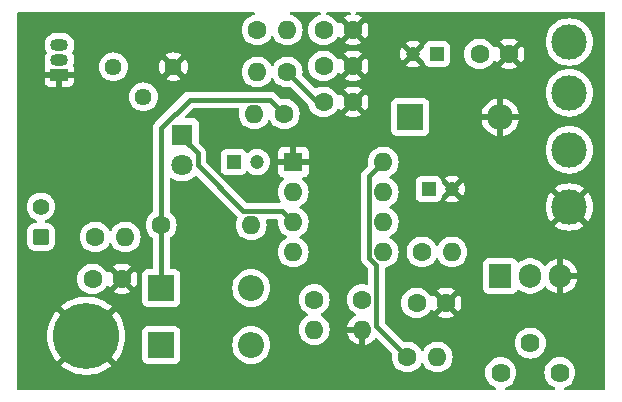
<source format=gbr>
%TF.GenerationSoftware,KiCad,Pcbnew,8.0.5*%
%TF.CreationDate,2024-12-08T10:15:27-05:00*%
%TF.ProjectId,shooting_sensor_new,73686f6f-7469-46e6-975f-73656e736f72,rev?*%
%TF.SameCoordinates,Original*%
%TF.FileFunction,Copper,L2,Bot*%
%TF.FilePolarity,Positive*%
%FSLAX46Y46*%
G04 Gerber Fmt 4.6, Leading zero omitted, Abs format (unit mm)*
G04 Created by KiCad (PCBNEW 8.0.5) date 2024-12-08 10:15:27*
%MOMM*%
%LPD*%
G01*
G04 APERTURE LIST*
G04 Aperture macros list*
%AMRoundRect*
0 Rectangle with rounded corners*
0 $1 Rounding radius*
0 $2 $3 $4 $5 $6 $7 $8 $9 X,Y pos of 4 corners*
0 Add a 4 corners polygon primitive as box body*
4,1,4,$2,$3,$4,$5,$6,$7,$8,$9,$2,$3,0*
0 Add four circle primitives for the rounded corners*
1,1,$1+$1,$2,$3*
1,1,$1+$1,$4,$5*
1,1,$1+$1,$6,$7*
1,1,$1+$1,$8,$9*
0 Add four rect primitives between the rounded corners*
20,1,$1+$1,$2,$3,$4,$5,0*
20,1,$1+$1,$4,$5,$6,$7,0*
20,1,$1+$1,$6,$7,$8,$9,0*
20,1,$1+$1,$8,$9,$2,$3,0*%
G04 Aperture macros list end*
%TA.AperFunction,ComponentPad*%
%ADD10C,1.600000*%
%TD*%
%TA.AperFunction,ComponentPad*%
%ADD11O,1.600000X1.600000*%
%TD*%
%TA.AperFunction,ComponentPad*%
%ADD12RoundRect,0.249200X0.450800X-0.450800X0.450800X0.450800X-0.450800X0.450800X-0.450800X-0.450800X0*%
%TD*%
%TA.AperFunction,ComponentPad*%
%ADD13C,1.400000*%
%TD*%
%TA.AperFunction,ComponentPad*%
%ADD14R,2.200000X2.200000*%
%TD*%
%TA.AperFunction,ComponentPad*%
%ADD15O,2.200000X2.200000*%
%TD*%
%TA.AperFunction,ComponentPad*%
%ADD16R,1.600000X1.600000*%
%TD*%
%TA.AperFunction,ComponentPad*%
%ADD17R,1.200000X1.200000*%
%TD*%
%TA.AperFunction,ComponentPad*%
%ADD18C,1.200000*%
%TD*%
%TA.AperFunction,ComponentPad*%
%ADD19C,3.000000*%
%TD*%
%TA.AperFunction,ComponentPad*%
%ADD20C,1.440000*%
%TD*%
%TA.AperFunction,ComponentPad*%
%ADD21R,1.905000X2.000000*%
%TD*%
%TA.AperFunction,ComponentPad*%
%ADD22O,1.905000X2.000000*%
%TD*%
%TA.AperFunction,ComponentPad*%
%ADD23R,1.500000X1.050000*%
%TD*%
%TA.AperFunction,ComponentPad*%
%ADD24O,1.500000X1.050000*%
%TD*%
%TA.AperFunction,ComponentPad*%
%ADD25C,5.600000*%
%TD*%
%TA.AperFunction,ComponentPad*%
%ADD26C,1.620000*%
%TD*%
%TA.AperFunction,ComponentPad*%
%ADD27R,1.800000X1.800000*%
%TD*%
%TA.AperFunction,ComponentPad*%
%ADD28C,1.800000*%
%TD*%
%TA.AperFunction,Conductor*%
%ADD29C,0.400000*%
%TD*%
G04 APERTURE END LIST*
D10*
%TO.P,R7,1*%
%TO.N,Net-(R7-Pad1)*%
X83566000Y-68834000D03*
D11*
%TO.P,R7,2*%
%TO.N,Net-(D4-A)*%
X86106000Y-68834000D03*
%TD*%
D10*
%TO.P,C9,1*%
%TO.N,Net-(D4-A)*%
X83332000Y-72390000D03*
%TO.P,C9,2*%
%TO.N,GND*%
X85832000Y-72390000D03*
%TD*%
%TO.P,R2,1*%
%TO.N,Net-(D1-K)*%
X111223000Y-70104000D03*
D11*
%TO.P,R2,2*%
%TO.N,Net-(Q1-B)*%
X113763000Y-70104000D03*
%TD*%
D12*
%TO.P,D4,1,K*%
%TO.N,+12V*%
X78965000Y-68834000D03*
D13*
%TO.P,D4,2,A*%
%TO.N,Net-(D4-A)*%
X78965000Y-66274000D03*
%TD*%
D14*
%TO.P,D3,1,K*%
%TO.N,+12V*%
X89154000Y-73152000D03*
D15*
%TO.P,D3,2,A*%
%TO.N,Net-(D3-A)*%
X96774000Y-73152000D03*
%TD*%
D10*
%TO.P,R1,1*%
%TO.N,+12V*%
X109982000Y-78994000D03*
D11*
%TO.P,R1,2*%
%TO.N,Net-(R1-Pad2)*%
X112522000Y-78994000D03*
%TD*%
D16*
%TO.P,U1,1,GND*%
%TO.N,GND*%
X100330000Y-62484000D03*
D11*
%TO.P,U1,2,TR*%
%TO.N,Net-(D3-A)*%
X100330000Y-65024000D03*
%TO.P,U1,3,Q*%
%TO.N,Net-(D1-K)*%
X100330000Y-67564000D03*
%TO.P,U1,4,R*%
%TO.N,Net-(D2-A)*%
X100330000Y-70104000D03*
%TO.P,U1,5,CV*%
%TO.N,Net-(U1-CV)*%
X107950000Y-70104000D03*
%TO.P,U1,6,THR*%
%TO.N,Net-(U1-DIS)*%
X107950000Y-67564000D03*
%TO.P,U1,7,DIS*%
X107950000Y-65024000D03*
%TO.P,U1,8,VCC*%
%TO.N,+12V*%
X107950000Y-62484000D03*
%TD*%
D14*
%TO.P,D5,1,K*%
%TO.N,+12V*%
X110236000Y-58674000D03*
D15*
%TO.P,D5,2,A*%
%TO.N,GND*%
X117856000Y-58674000D03*
%TD*%
D17*
%TO.P,C3,1*%
%TO.N,Net-(Q2-D)*%
X95282000Y-62484000D03*
D18*
%TO.P,C3,2*%
%TO.N,Net-(D3-A)*%
X97282000Y-62484000D03*
%TD*%
D19*
%TO.P,H1,1,1*%
%TO.N,+12V*%
X123698000Y-52324000D03*
%TD*%
D20*
%TO.P,RV2,1,1*%
%TO.N,Net-(R9-Pad2)*%
X85105000Y-54431000D03*
%TO.P,RV2,2,2*%
%TO.N,Net-(R7-Pad1)*%
X87645000Y-56971000D03*
%TO.P,RV2,3,3*%
%TO.N,GND*%
X90185000Y-54431000D03*
%TD*%
D10*
%TO.P,R3,1*%
%TO.N,+12V*%
X89154000Y-67818000D03*
D11*
%TO.P,R3,2*%
%TO.N,Net-(D1-A)*%
X96774000Y-67818000D03*
%TD*%
D17*
%TO.P,C7,1*%
%TO.N,Net-(U1-DIS)*%
X111792000Y-64770000D03*
D18*
%TO.P,C7,2*%
%TO.N,GND*%
X113792000Y-64770000D03*
%TD*%
D10*
%TO.P,C4,1*%
%TO.N,Net-(D3-A)*%
X102890000Y-51308000D03*
%TO.P,C4,2*%
%TO.N,GND*%
X105390000Y-51308000D03*
%TD*%
D19*
%TO.P,H4,1,1*%
%TO.N,GND*%
X123698000Y-66294000D03*
%TD*%
D10*
%TO.P,R8,1*%
%TO.N,Net-(D2-A)*%
X106172000Y-74139000D03*
D11*
%TO.P,R8,2*%
%TO.N,GND*%
X106172000Y-76679000D03*
%TD*%
D10*
%TO.P,C5,1*%
%TO.N,+12V*%
X102890000Y-57404000D03*
%TO.P,C5,2*%
%TO.N,GND*%
X105390000Y-57404000D03*
%TD*%
%TO.P,C1,1*%
%TO.N,Net-(U1-CV)*%
X110764000Y-74422000D03*
%TO.P,C1,2*%
%TO.N,GND*%
X113264000Y-74422000D03*
%TD*%
D19*
%TO.P,H3,1,1*%
%TO.N,OUT*%
X123698000Y-61462332D03*
%TD*%
D21*
%TO.P,Q1,1,B*%
%TO.N,Net-(Q1-B)*%
X117856000Y-72136000D03*
D22*
%TO.P,Q1,2,C*%
%TO.N,OUT*%
X120396000Y-72136000D03*
%TO.P,Q1,3,E*%
%TO.N,GND*%
X122936000Y-72136000D03*
%TD*%
D23*
%TO.P,Q2,1,S*%
%TO.N,GND*%
X80518000Y-55118000D03*
D24*
%TO.P,Q2,2,G*%
%TO.N,Net-(D4-A)*%
X80518000Y-53848000D03*
%TO.P,Q2,3,D*%
%TO.N,Net-(Q2-D)*%
X80518000Y-52578000D03*
%TD*%
D10*
%TO.P,R9,1*%
%TO.N,+12V*%
X97282000Y-51308000D03*
D11*
%TO.P,R9,2*%
%TO.N,Net-(R9-Pad2)*%
X99822000Y-51308000D03*
%TD*%
D17*
%TO.P,C2,1*%
%TO.N,+12V*%
X112490000Y-53340000D03*
D18*
%TO.P,C2,2*%
%TO.N,GND*%
X110490000Y-53340000D03*
%TD*%
D25*
%TO.P,REF\u002A\u002A,1*%
%TO.N,GND*%
X82804000Y-77216000D03*
%TD*%
D10*
%TO.P,R6,1*%
%TO.N,+12V*%
X99822000Y-54864000D03*
D11*
%TO.P,R6,2*%
%TO.N,Net-(Q2-D)*%
X97282000Y-54864000D03*
%TD*%
D14*
%TO.P,D2,1,K*%
%TO.N,+12V*%
X89154000Y-77978000D03*
D15*
%TO.P,D2,2,A*%
%TO.N,Net-(D2-A)*%
X96774000Y-77978000D03*
%TD*%
D10*
%TO.P,R4,1*%
%TO.N,ENABLE*%
X102108000Y-74139000D03*
D11*
%TO.P,R4,2*%
%TO.N,Net-(D2-A)*%
X102108000Y-76679000D03*
%TD*%
D10*
%TO.P,R5,1*%
%TO.N,+12V*%
X99568000Y-58420000D03*
D11*
%TO.P,R5,2*%
%TO.N,Net-(D3-A)*%
X97028000Y-58420000D03*
%TD*%
D10*
%TO.P,C8,1*%
%TO.N,+12V*%
X116098000Y-53340000D03*
%TO.P,C8,2*%
%TO.N,GND*%
X118598000Y-53340000D03*
%TD*%
D26*
%TO.P,RV1,1,1*%
%TO.N,Net-(R1-Pad2)*%
X117896000Y-80319000D03*
%TO.P,RV1,2,2*%
X120396000Y-77819000D03*
%TO.P,RV1,3,3*%
%TO.N,Net-(U1-DIS)*%
X122896000Y-80319000D03*
%TD*%
D10*
%TO.P,C6,1*%
%TO.N,Net-(D4-A)*%
X102890000Y-54356000D03*
%TO.P,C6,2*%
%TO.N,GND*%
X105390000Y-54356000D03*
%TD*%
D27*
%TO.P,D1,1,K*%
%TO.N,Net-(D1-K)*%
X90932000Y-60193000D03*
D28*
%TO.P,D1,2,A*%
%TO.N,Net-(D1-A)*%
X90932000Y-62733000D03*
%TD*%
D19*
%TO.P,H2,1,1*%
%TO.N,ENABLE*%
X123698000Y-56630666D03*
%TD*%
D29*
%TO.N,Net-(D1-K)*%
X96082000Y-66618000D02*
X99384000Y-66618000D01*
X92232000Y-62768000D02*
X96082000Y-66618000D01*
X92232000Y-61752000D02*
X92232000Y-62768000D01*
X90932000Y-60452000D02*
X92232000Y-61752000D01*
X99384000Y-66618000D02*
X100330000Y-67564000D01*
%TO.N,+12V*%
X89154000Y-67818000D02*
X89154000Y-59630000D01*
X109982000Y-78994000D02*
X107372000Y-76384000D01*
X89154000Y-73152000D02*
X89154000Y-67818000D01*
X91564000Y-57220000D02*
X98368000Y-57220000D01*
X106750000Y-63684000D02*
X107950000Y-62484000D01*
X106750000Y-70601057D02*
X106750000Y-63684000D01*
X89154000Y-59630000D02*
X91564000Y-57220000D01*
X99822000Y-54864000D02*
X102362000Y-57404000D01*
X107372000Y-76384000D02*
X107372000Y-71223057D01*
X98368000Y-57220000D02*
X99568000Y-58420000D01*
X107372000Y-71223057D02*
X106750000Y-70601057D01*
X102362000Y-57404000D02*
X102890000Y-57404000D01*
%TD*%
%TA.AperFunction,Conductor*%
%TO.N,GND*%
G36*
X97023412Y-49816185D02*
G01*
X97069167Y-49868989D01*
X97079111Y-49938147D01*
X97050086Y-50001703D01*
X96991308Y-50039477D01*
X96988466Y-50040275D01*
X96835511Y-50081258D01*
X96835502Y-50081261D01*
X96629267Y-50177431D01*
X96629265Y-50177432D01*
X96442858Y-50307954D01*
X96281954Y-50468858D01*
X96151432Y-50655265D01*
X96151431Y-50655267D01*
X96055261Y-50861502D01*
X96055258Y-50861511D01*
X95996366Y-51081302D01*
X95996364Y-51081313D01*
X95976532Y-51307998D01*
X95976532Y-51308001D01*
X95996364Y-51534686D01*
X95996366Y-51534697D01*
X96055258Y-51754488D01*
X96055261Y-51754497D01*
X96151431Y-51960732D01*
X96151432Y-51960734D01*
X96281954Y-52147141D01*
X96442858Y-52308045D01*
X96442861Y-52308047D01*
X96629266Y-52438568D01*
X96835504Y-52534739D01*
X97055308Y-52593635D01*
X97217230Y-52607801D01*
X97281998Y-52613468D01*
X97282000Y-52613468D01*
X97282002Y-52613468D01*
X97338673Y-52608509D01*
X97508692Y-52593635D01*
X97728496Y-52534739D01*
X97934734Y-52438568D01*
X98121139Y-52308047D01*
X98282047Y-52147139D01*
X98412568Y-51960734D01*
X98439618Y-51902724D01*
X98485790Y-51850285D01*
X98552983Y-51831133D01*
X98619865Y-51851348D01*
X98664382Y-51902725D01*
X98691429Y-51960728D01*
X98691432Y-51960734D01*
X98821954Y-52147141D01*
X98982858Y-52308045D01*
X98982861Y-52308047D01*
X99169266Y-52438568D01*
X99375504Y-52534739D01*
X99595308Y-52593635D01*
X99757230Y-52607801D01*
X99821998Y-52613468D01*
X99822000Y-52613468D01*
X99822002Y-52613468D01*
X99878673Y-52608509D01*
X100048692Y-52593635D01*
X100268496Y-52534739D01*
X100474734Y-52438568D01*
X100661139Y-52308047D01*
X100822047Y-52147139D01*
X100952568Y-51960734D01*
X101048739Y-51754496D01*
X101107635Y-51534692D01*
X101127468Y-51308000D01*
X101107635Y-51081308D01*
X101048739Y-50861504D01*
X100952568Y-50655266D01*
X100822047Y-50468861D01*
X100822045Y-50468858D01*
X100661141Y-50307954D01*
X100474734Y-50177432D01*
X100474732Y-50177431D01*
X100268497Y-50081261D01*
X100268488Y-50081258D01*
X100115534Y-50040275D01*
X100055873Y-50003910D01*
X100025344Y-49941063D01*
X100033639Y-49871688D01*
X100078124Y-49817810D01*
X100144676Y-49796535D01*
X100147627Y-49796500D01*
X102564373Y-49796500D01*
X102631412Y-49816185D01*
X102677167Y-49868989D01*
X102687111Y-49938147D01*
X102658086Y-50001703D01*
X102599308Y-50039477D01*
X102596466Y-50040275D01*
X102443511Y-50081258D01*
X102443502Y-50081261D01*
X102237267Y-50177431D01*
X102237265Y-50177432D01*
X102050858Y-50307954D01*
X101889954Y-50468858D01*
X101759432Y-50655265D01*
X101759431Y-50655267D01*
X101663261Y-50861502D01*
X101663258Y-50861511D01*
X101604366Y-51081302D01*
X101604364Y-51081313D01*
X101584532Y-51307998D01*
X101584532Y-51308001D01*
X101604364Y-51534686D01*
X101604366Y-51534697D01*
X101663258Y-51754488D01*
X101663261Y-51754497D01*
X101759431Y-51960732D01*
X101759432Y-51960734D01*
X101889954Y-52147141D01*
X102050858Y-52308045D01*
X102050861Y-52308047D01*
X102237266Y-52438568D01*
X102443504Y-52534739D01*
X102663308Y-52593635D01*
X102825230Y-52607801D01*
X102889998Y-52613468D01*
X102890000Y-52613468D01*
X102890002Y-52613468D01*
X102946673Y-52608509D01*
X103116692Y-52593635D01*
X103336496Y-52534739D01*
X103542734Y-52438568D01*
X103729139Y-52308047D01*
X103890047Y-52147139D01*
X104020568Y-51960734D01*
X104027893Y-51945024D01*
X104074064Y-51892586D01*
X104141257Y-51873433D01*
X104208138Y-51893648D01*
X104252657Y-51945024D01*
X104259864Y-51960480D01*
X104310974Y-52033472D01*
X104990000Y-51354446D01*
X104990000Y-51360661D01*
X105017259Y-51462394D01*
X105069920Y-51553606D01*
X105144394Y-51628080D01*
X105235606Y-51680741D01*
X105337339Y-51708000D01*
X105343553Y-51708000D01*
X104664526Y-52387025D01*
X104737513Y-52438132D01*
X104737521Y-52438136D01*
X104943668Y-52534264D01*
X104943682Y-52534269D01*
X105163389Y-52593139D01*
X105163400Y-52593141D01*
X105389998Y-52612966D01*
X105390002Y-52612966D01*
X105616599Y-52593141D01*
X105616610Y-52593139D01*
X105836317Y-52534269D01*
X105836331Y-52534264D01*
X106042478Y-52438136D01*
X106088717Y-52405758D01*
X109909311Y-52405758D01*
X110490000Y-52986446D01*
X110490001Y-52986446D01*
X111070687Y-52405758D01*
X110982413Y-52351101D01*
X110982411Y-52351100D01*
X110792321Y-52277460D01*
X110591928Y-52240000D01*
X110388072Y-52240000D01*
X110187678Y-52277460D01*
X109997588Y-52351100D01*
X109997581Y-52351104D01*
X109909312Y-52405757D01*
X109909311Y-52405758D01*
X106088717Y-52405758D01*
X106115471Y-52387024D01*
X105436447Y-51708000D01*
X105442661Y-51708000D01*
X105544394Y-51680741D01*
X105635606Y-51628080D01*
X105710080Y-51553606D01*
X105762741Y-51462394D01*
X105790000Y-51360661D01*
X105790000Y-51354447D01*
X106469024Y-52033471D01*
X106520136Y-51960478D01*
X106616264Y-51754331D01*
X106616269Y-51754317D01*
X106675139Y-51534610D01*
X106675141Y-51534599D01*
X106694966Y-51308002D01*
X106694966Y-51307997D01*
X106675141Y-51081400D01*
X106675139Y-51081389D01*
X106616269Y-50861682D01*
X106616264Y-50861668D01*
X106520136Y-50655521D01*
X106520132Y-50655513D01*
X106469025Y-50582526D01*
X105790000Y-51261551D01*
X105790000Y-51255339D01*
X105762741Y-51153606D01*
X105710080Y-51062394D01*
X105635606Y-50987920D01*
X105544394Y-50935259D01*
X105442661Y-50908000D01*
X105436448Y-50908000D01*
X106115472Y-50228974D01*
X106042478Y-50177863D01*
X105836331Y-50081735D01*
X105836317Y-50081730D01*
X105681602Y-50040275D01*
X105621941Y-50003910D01*
X105591412Y-49941063D01*
X105599707Y-49871688D01*
X105644192Y-49817810D01*
X105710744Y-49796535D01*
X105713695Y-49796500D01*
X126629500Y-49796500D01*
X126696539Y-49816185D01*
X126742294Y-49868989D01*
X126753500Y-49920500D01*
X126753500Y-81671500D01*
X126733815Y-81738539D01*
X126681011Y-81784294D01*
X126629500Y-81795500D01*
X123388871Y-81795500D01*
X123321832Y-81775815D01*
X123276077Y-81723011D01*
X123266133Y-81653853D01*
X123295158Y-81590297D01*
X123341467Y-81558412D01*
X123341023Y-81557459D01*
X123345930Y-81555171D01*
X123553753Y-81458262D01*
X123741591Y-81326736D01*
X123903736Y-81164591D01*
X124035262Y-80976753D01*
X124132171Y-80768930D01*
X124191521Y-80547435D01*
X124211506Y-80319000D01*
X124191521Y-80090565D01*
X124132171Y-79869070D01*
X124035262Y-79661247D01*
X123903736Y-79473409D01*
X123741591Y-79311264D01*
X123553753Y-79179738D01*
X123345930Y-79082829D01*
X123345927Y-79082828D01*
X123345925Y-79082827D01*
X123124436Y-79023479D01*
X123124429Y-79023478D01*
X122896002Y-79003494D01*
X122895998Y-79003494D01*
X122667570Y-79023478D01*
X122667563Y-79023479D01*
X122446074Y-79082827D01*
X122446070Y-79082829D01*
X122238247Y-79179738D01*
X122050409Y-79311264D01*
X122050407Y-79311265D01*
X122050404Y-79311268D01*
X121888268Y-79473404D01*
X121888265Y-79473407D01*
X121888264Y-79473409D01*
X121819166Y-79572091D01*
X121756738Y-79661247D01*
X121659830Y-79869068D01*
X121659827Y-79869074D01*
X121600479Y-80090563D01*
X121600478Y-80090570D01*
X121580494Y-80318997D01*
X121580494Y-80319002D01*
X121600478Y-80547429D01*
X121600479Y-80547436D01*
X121659827Y-80768925D01*
X121659828Y-80768927D01*
X121659829Y-80768930D01*
X121756738Y-80976753D01*
X121888264Y-81164591D01*
X122050409Y-81326736D01*
X122238247Y-81458262D01*
X122446070Y-81555171D01*
X122450977Y-81557459D01*
X122450449Y-81558590D01*
X122501809Y-81596412D01*
X122526740Y-81661682D01*
X122512425Y-81730070D01*
X122463409Y-81779862D01*
X122403129Y-81795500D01*
X118388871Y-81795500D01*
X118321832Y-81775815D01*
X118276077Y-81723011D01*
X118266133Y-81653853D01*
X118295158Y-81590297D01*
X118341467Y-81558412D01*
X118341023Y-81557459D01*
X118345930Y-81555171D01*
X118553753Y-81458262D01*
X118741591Y-81326736D01*
X118903736Y-81164591D01*
X119035262Y-80976753D01*
X119132171Y-80768930D01*
X119191521Y-80547435D01*
X119211506Y-80319000D01*
X119191521Y-80090565D01*
X119132171Y-79869070D01*
X119035262Y-79661247D01*
X118903736Y-79473409D01*
X118741591Y-79311264D01*
X118553753Y-79179738D01*
X118345930Y-79082829D01*
X118345927Y-79082828D01*
X118345925Y-79082827D01*
X118124436Y-79023479D01*
X118124429Y-79023478D01*
X117896002Y-79003494D01*
X117895998Y-79003494D01*
X117667570Y-79023478D01*
X117667563Y-79023479D01*
X117446074Y-79082827D01*
X117446070Y-79082829D01*
X117238247Y-79179738D01*
X117050409Y-79311264D01*
X117050407Y-79311265D01*
X117050404Y-79311268D01*
X116888268Y-79473404D01*
X116888265Y-79473407D01*
X116888264Y-79473409D01*
X116819166Y-79572091D01*
X116756738Y-79661247D01*
X116659830Y-79869068D01*
X116659827Y-79869074D01*
X116600479Y-80090563D01*
X116600478Y-80090570D01*
X116580494Y-80318997D01*
X116580494Y-80319002D01*
X116600478Y-80547429D01*
X116600479Y-80547436D01*
X116659827Y-80768925D01*
X116659828Y-80768927D01*
X116659829Y-80768930D01*
X116756738Y-80976753D01*
X116888264Y-81164591D01*
X117050409Y-81326736D01*
X117238247Y-81458262D01*
X117446070Y-81555171D01*
X117450977Y-81557459D01*
X117450449Y-81558590D01*
X117501809Y-81596412D01*
X117526740Y-81661682D01*
X117512425Y-81730070D01*
X117463409Y-81779862D01*
X117403129Y-81795500D01*
X77078500Y-81795500D01*
X77011461Y-81775815D01*
X76965706Y-81723011D01*
X76954500Y-81671500D01*
X76954500Y-77215997D01*
X79499153Y-77215997D01*
X79499153Y-77216002D01*
X79518526Y-77573314D01*
X79518527Y-77573331D01*
X79576415Y-77926431D01*
X79576421Y-77926457D01*
X79672147Y-78271232D01*
X79672149Y-78271239D01*
X79804597Y-78603659D01*
X79804606Y-78603677D01*
X79972218Y-78919827D01*
X80173024Y-79215994D01*
X80173035Y-79216008D01*
X80300441Y-79366002D01*
X80300442Y-79366002D01*
X81509747Y-78156697D01*
X81583588Y-78258330D01*
X81761670Y-78436412D01*
X81863300Y-78510251D01*
X80651257Y-79722294D01*
X80664495Y-79734836D01*
X80949367Y-79951388D01*
X80949370Y-79951390D01*
X81255990Y-80135876D01*
X81580739Y-80286122D01*
X81580744Y-80286123D01*
X81919855Y-80400383D01*
X82269339Y-80477311D01*
X82625075Y-80515999D01*
X82625085Y-80516000D01*
X82982915Y-80516000D01*
X82982924Y-80515999D01*
X83338660Y-80477311D01*
X83688144Y-80400383D01*
X84027255Y-80286123D01*
X84027260Y-80286122D01*
X84352009Y-80135876D01*
X84658629Y-79951390D01*
X84658632Y-79951388D01*
X84943509Y-79734831D01*
X84956742Y-79722295D01*
X84956742Y-79722294D01*
X83744699Y-78510251D01*
X83846330Y-78436412D01*
X84024412Y-78258330D01*
X84098251Y-78156698D01*
X85307556Y-79366002D01*
X85434972Y-79215998D01*
X85434975Y-79215994D01*
X85635781Y-78919827D01*
X85803393Y-78603677D01*
X85803402Y-78603659D01*
X85935850Y-78271239D01*
X85935852Y-78271232D01*
X86031578Y-77926457D01*
X86031584Y-77926431D01*
X86089472Y-77573331D01*
X86089473Y-77573314D01*
X86108847Y-77216002D01*
X86108847Y-77215997D01*
X86089473Y-76858685D01*
X86089472Y-76858668D01*
X86084794Y-76830135D01*
X87553500Y-76830135D01*
X87553500Y-79125870D01*
X87553501Y-79125876D01*
X87559908Y-79185483D01*
X87610202Y-79320328D01*
X87610206Y-79320335D01*
X87696452Y-79435544D01*
X87696455Y-79435547D01*
X87811664Y-79521793D01*
X87811671Y-79521797D01*
X87946517Y-79572091D01*
X87946516Y-79572091D01*
X87953444Y-79572835D01*
X88006127Y-79578500D01*
X90301872Y-79578499D01*
X90361483Y-79572091D01*
X90496331Y-79521796D01*
X90611546Y-79435546D01*
X90697796Y-79320331D01*
X90748091Y-79185483D01*
X90754500Y-79125873D01*
X90754499Y-77978000D01*
X95168551Y-77978000D01*
X95188317Y-78229151D01*
X95247126Y-78474110D01*
X95343533Y-78706859D01*
X95475160Y-78921653D01*
X95475161Y-78921656D01*
X95475164Y-78921659D01*
X95638776Y-79113224D01*
X95759104Y-79215994D01*
X95830343Y-79276838D01*
X95830346Y-79276839D01*
X96045140Y-79408466D01*
X96201928Y-79473409D01*
X96277889Y-79504873D01*
X96522852Y-79563683D01*
X96774000Y-79583449D01*
X97025148Y-79563683D01*
X97270111Y-79504873D01*
X97502859Y-79408466D01*
X97717659Y-79276836D01*
X97909224Y-79113224D01*
X98072836Y-78921659D01*
X98204466Y-78706859D01*
X98300873Y-78474111D01*
X98359683Y-78229148D01*
X98379449Y-77978000D01*
X98359683Y-77726852D01*
X98300873Y-77481889D01*
X98254141Y-77369068D01*
X98204466Y-77249140D01*
X98072839Y-77034346D01*
X98072838Y-77034343D01*
X97979113Y-76924606D01*
X97909224Y-76842776D01*
X97760567Y-76715811D01*
X97717656Y-76679161D01*
X97717653Y-76679160D01*
X97502859Y-76547533D01*
X97270110Y-76451126D01*
X97025151Y-76392317D01*
X96774000Y-76372551D01*
X96522848Y-76392317D01*
X96277889Y-76451126D01*
X96045140Y-76547533D01*
X95830346Y-76679160D01*
X95830343Y-76679161D01*
X95638776Y-76842776D01*
X95475161Y-77034343D01*
X95475160Y-77034346D01*
X95343533Y-77249140D01*
X95247126Y-77481889D01*
X95188317Y-77726848D01*
X95168551Y-77978000D01*
X90754499Y-77978000D01*
X90754499Y-76830128D01*
X90748091Y-76770517D01*
X90714017Y-76679161D01*
X90697797Y-76635671D01*
X90697793Y-76635664D01*
X90611547Y-76520455D01*
X90611544Y-76520452D01*
X90496335Y-76434206D01*
X90496328Y-76434202D01*
X90361482Y-76383908D01*
X90361483Y-76383908D01*
X90301883Y-76377501D01*
X90301881Y-76377500D01*
X90301873Y-76377500D01*
X90301864Y-76377500D01*
X88006129Y-76377500D01*
X88006123Y-76377501D01*
X87946516Y-76383908D01*
X87811671Y-76434202D01*
X87811664Y-76434206D01*
X87696455Y-76520452D01*
X87696452Y-76520455D01*
X87610206Y-76635664D01*
X87610202Y-76635671D01*
X87559908Y-76770517D01*
X87553501Y-76830116D01*
X87553501Y-76830123D01*
X87553500Y-76830135D01*
X86084794Y-76830135D01*
X86031584Y-76505568D01*
X86031578Y-76505542D01*
X85935852Y-76160767D01*
X85935850Y-76160760D01*
X85803402Y-75828340D01*
X85803391Y-75828317D01*
X85635781Y-75512172D01*
X85434975Y-75216005D01*
X85434964Y-75215991D01*
X85307556Y-75065996D01*
X84098251Y-76275301D01*
X84024412Y-76173670D01*
X83846330Y-75995588D01*
X83744698Y-75921748D01*
X84956742Y-74709704D01*
X84943504Y-74697163D01*
X84658632Y-74480611D01*
X84658629Y-74480609D01*
X84352009Y-74296123D01*
X84027260Y-74145877D01*
X84027255Y-74145876D01*
X83688144Y-74031616D01*
X83338660Y-73954688D01*
X82982924Y-73916000D01*
X82625075Y-73916000D01*
X82269339Y-73954688D01*
X81919855Y-74031616D01*
X81580744Y-74145876D01*
X81580739Y-74145877D01*
X81255990Y-74296123D01*
X80949370Y-74480609D01*
X80949367Y-74480611D01*
X80664486Y-74697170D01*
X80664485Y-74697171D01*
X80651257Y-74709702D01*
X80651256Y-74709703D01*
X81863301Y-75921748D01*
X81761670Y-75995588D01*
X81583588Y-76173670D01*
X81509748Y-76275301D01*
X80300442Y-75065995D01*
X80300441Y-75065996D01*
X80173033Y-75215992D01*
X79972218Y-75512172D01*
X79804609Y-75828317D01*
X79804597Y-75828340D01*
X79672149Y-76160760D01*
X79672147Y-76160767D01*
X79576421Y-76505542D01*
X79576415Y-76505568D01*
X79518527Y-76858668D01*
X79518526Y-76858685D01*
X79499153Y-77215997D01*
X76954500Y-77215997D01*
X76954500Y-72389998D01*
X82026532Y-72389998D01*
X82026532Y-72390001D01*
X82046364Y-72616686D01*
X82046366Y-72616697D01*
X82105258Y-72836488D01*
X82105261Y-72836497D01*
X82201431Y-73042732D01*
X82201432Y-73042734D01*
X82331954Y-73229141D01*
X82492858Y-73390045D01*
X82492861Y-73390047D01*
X82679266Y-73520568D01*
X82885504Y-73616739D01*
X83105308Y-73675635D01*
X83267230Y-73689801D01*
X83331998Y-73695468D01*
X83332000Y-73695468D01*
X83332002Y-73695468D01*
X83388673Y-73690509D01*
X83558692Y-73675635D01*
X83778496Y-73616739D01*
X83984734Y-73520568D01*
X84171139Y-73390047D01*
X84332047Y-73229139D01*
X84462568Y-73042734D01*
X84469893Y-73027024D01*
X84516064Y-72974586D01*
X84583257Y-72955433D01*
X84650138Y-72975648D01*
X84694657Y-73027024D01*
X84701864Y-73042480D01*
X84752974Y-73115472D01*
X85432000Y-72436446D01*
X85432000Y-72442661D01*
X85459259Y-72544394D01*
X85511920Y-72635606D01*
X85586394Y-72710080D01*
X85677606Y-72762741D01*
X85779339Y-72790000D01*
X85785553Y-72790000D01*
X85106526Y-73469025D01*
X85179513Y-73520132D01*
X85179521Y-73520136D01*
X85385668Y-73616264D01*
X85385682Y-73616269D01*
X85605389Y-73675139D01*
X85605400Y-73675141D01*
X85831998Y-73694966D01*
X85832002Y-73694966D01*
X86058599Y-73675141D01*
X86058610Y-73675139D01*
X86278317Y-73616269D01*
X86278331Y-73616264D01*
X86484478Y-73520136D01*
X86557471Y-73469024D01*
X85878447Y-72790000D01*
X85884661Y-72790000D01*
X85986394Y-72762741D01*
X86077606Y-72710080D01*
X86152080Y-72635606D01*
X86204741Y-72544394D01*
X86232000Y-72442661D01*
X86232000Y-72436447D01*
X86911024Y-73115471D01*
X86962136Y-73042478D01*
X87058264Y-72836331D01*
X87058269Y-72836317D01*
X87117139Y-72616610D01*
X87117141Y-72616599D01*
X87136966Y-72390002D01*
X87136966Y-72389997D01*
X87117141Y-72163400D01*
X87117139Y-72163389D01*
X87074467Y-72004135D01*
X87553500Y-72004135D01*
X87553500Y-74299870D01*
X87553501Y-74299876D01*
X87559908Y-74359483D01*
X87610202Y-74494328D01*
X87610206Y-74494335D01*
X87696452Y-74609544D01*
X87696455Y-74609547D01*
X87811664Y-74695793D01*
X87811671Y-74695797D01*
X87946517Y-74746091D01*
X87946516Y-74746091D01*
X87953444Y-74746835D01*
X88006127Y-74752500D01*
X90301872Y-74752499D01*
X90361483Y-74746091D01*
X90496331Y-74695796D01*
X90611546Y-74609546D01*
X90697796Y-74494331D01*
X90748091Y-74359483D01*
X90754500Y-74299873D01*
X90754499Y-73152000D01*
X95168551Y-73152000D01*
X95188317Y-73403151D01*
X95247126Y-73648110D01*
X95343533Y-73880859D01*
X95475160Y-74095653D01*
X95475161Y-74095656D01*
X95518053Y-74145876D01*
X95638776Y-74287224D01*
X95787066Y-74413875D01*
X95830343Y-74450838D01*
X95830346Y-74450839D01*
X96045140Y-74582466D01*
X96204827Y-74648610D01*
X96277889Y-74678873D01*
X96522852Y-74737683D01*
X96774000Y-74757449D01*
X97025148Y-74737683D01*
X97270111Y-74678873D01*
X97502859Y-74582466D01*
X97717659Y-74450836D01*
X97909224Y-74287224D01*
X98035821Y-74138998D01*
X100802532Y-74138998D01*
X100802532Y-74139001D01*
X100822364Y-74365686D01*
X100822366Y-74365697D01*
X100881258Y-74585488D01*
X100881261Y-74585497D01*
X100977431Y-74791732D01*
X100977432Y-74791734D01*
X101107954Y-74978141D01*
X101268858Y-75139045D01*
X101268861Y-75139047D01*
X101455266Y-75269568D01*
X101513275Y-75296618D01*
X101565714Y-75342791D01*
X101584866Y-75409984D01*
X101564650Y-75476865D01*
X101513275Y-75521382D01*
X101455267Y-75548431D01*
X101455265Y-75548432D01*
X101268858Y-75678954D01*
X101107954Y-75839858D01*
X100977432Y-76026265D01*
X100977431Y-76026267D01*
X100881261Y-76232502D01*
X100881258Y-76232511D01*
X100822366Y-76452302D01*
X100822364Y-76452313D01*
X100802532Y-76678998D01*
X100802532Y-76679001D01*
X100822364Y-76905686D01*
X100822366Y-76905697D01*
X100881258Y-77125488D01*
X100881261Y-77125497D01*
X100977431Y-77331732D01*
X100977432Y-77331734D01*
X101107954Y-77518141D01*
X101268858Y-77679045D01*
X101268861Y-77679047D01*
X101455266Y-77809568D01*
X101661504Y-77905739D01*
X101881308Y-77964635D01*
X102043230Y-77978801D01*
X102107998Y-77984468D01*
X102108000Y-77984468D01*
X102108002Y-77984468D01*
X102164673Y-77979509D01*
X102334692Y-77964635D01*
X102554496Y-77905739D01*
X102760734Y-77809568D01*
X102947139Y-77679047D01*
X103108047Y-77518139D01*
X103238568Y-77331734D01*
X103334739Y-77125496D01*
X103393635Y-76905692D01*
X103410634Y-76711384D01*
X103413468Y-76679001D01*
X103413468Y-76678998D01*
X103399960Y-76524606D01*
X103393635Y-76452308D01*
X103334739Y-76232504D01*
X103238568Y-76026266D01*
X103108047Y-75839861D01*
X103108045Y-75839858D01*
X102947141Y-75678954D01*
X102760734Y-75548432D01*
X102760728Y-75548429D01*
X102702725Y-75521382D01*
X102650285Y-75475210D01*
X102631133Y-75408017D01*
X102651348Y-75341135D01*
X102702725Y-75296618D01*
X102760734Y-75269568D01*
X102947139Y-75139047D01*
X103108047Y-74978139D01*
X103238568Y-74791734D01*
X103334739Y-74585496D01*
X103393635Y-74365692D01*
X103413468Y-74139000D01*
X103413468Y-74138998D01*
X104866532Y-74138998D01*
X104866532Y-74139001D01*
X104886364Y-74365686D01*
X104886366Y-74365697D01*
X104945258Y-74585488D01*
X104945261Y-74585497D01*
X105041431Y-74791732D01*
X105041432Y-74791734D01*
X105171954Y-74978141D01*
X105332858Y-75139045D01*
X105332861Y-75139047D01*
X105519266Y-75269568D01*
X105577865Y-75296893D01*
X105630305Y-75343065D01*
X105649457Y-75410258D01*
X105629242Y-75477139D01*
X105577867Y-75521657D01*
X105519515Y-75548867D01*
X105333179Y-75679342D01*
X105172342Y-75840179D01*
X105041865Y-76026517D01*
X104945734Y-76232673D01*
X104945730Y-76232682D01*
X104893127Y-76428999D01*
X104893128Y-76429000D01*
X105856314Y-76429000D01*
X105851920Y-76433394D01*
X105799259Y-76524606D01*
X105772000Y-76626339D01*
X105772000Y-76731661D01*
X105799259Y-76833394D01*
X105851920Y-76924606D01*
X105856314Y-76929000D01*
X104893128Y-76929000D01*
X104945730Y-77125317D01*
X104945734Y-77125326D01*
X105041865Y-77331482D01*
X105172342Y-77517820D01*
X105333179Y-77678657D01*
X105519517Y-77809134D01*
X105725673Y-77905265D01*
X105725682Y-77905269D01*
X105921999Y-77957872D01*
X105922000Y-77957871D01*
X105922000Y-76994686D01*
X105926394Y-76999080D01*
X106017606Y-77051741D01*
X106119339Y-77079000D01*
X106224661Y-77079000D01*
X106326394Y-77051741D01*
X106417606Y-76999080D01*
X106422000Y-76994686D01*
X106422000Y-77957872D01*
X106618317Y-77905269D01*
X106618326Y-77905265D01*
X106824482Y-77809134D01*
X107010820Y-77678657D01*
X107171659Y-77517818D01*
X107228364Y-77436835D01*
X107282940Y-77393210D01*
X107352439Y-77386016D01*
X107414793Y-77417538D01*
X107417620Y-77420277D01*
X108660972Y-78663628D01*
X108694457Y-78724951D01*
X108696819Y-78762116D01*
X108676532Y-78993998D01*
X108676532Y-78994001D01*
X108696364Y-79220686D01*
X108696366Y-79220697D01*
X108755258Y-79440488D01*
X108755261Y-79440497D01*
X108851431Y-79646732D01*
X108851432Y-79646734D01*
X108981954Y-79833141D01*
X109142858Y-79994045D01*
X109142861Y-79994047D01*
X109329266Y-80124568D01*
X109535504Y-80220739D01*
X109755308Y-80279635D01*
X109917230Y-80293801D01*
X109981998Y-80299468D01*
X109982000Y-80299468D01*
X109982002Y-80299468D01*
X110038673Y-80294509D01*
X110208692Y-80279635D01*
X110428496Y-80220739D01*
X110634734Y-80124568D01*
X110821139Y-79994047D01*
X110982047Y-79833139D01*
X111112568Y-79646734D01*
X111139618Y-79588724D01*
X111185790Y-79536285D01*
X111252983Y-79517133D01*
X111319865Y-79537348D01*
X111364382Y-79588725D01*
X111391429Y-79646728D01*
X111391432Y-79646734D01*
X111521954Y-79833141D01*
X111682858Y-79994045D01*
X111682861Y-79994047D01*
X111869266Y-80124568D01*
X112075504Y-80220739D01*
X112295308Y-80279635D01*
X112457230Y-80293801D01*
X112521998Y-80299468D01*
X112522000Y-80299468D01*
X112522002Y-80299468D01*
X112578673Y-80294509D01*
X112748692Y-80279635D01*
X112968496Y-80220739D01*
X113174734Y-80124568D01*
X113361139Y-79994047D01*
X113522047Y-79833139D01*
X113652568Y-79646734D01*
X113748739Y-79440496D01*
X113807635Y-79220692D01*
X113827468Y-78994000D01*
X113807635Y-78767308D01*
X113748739Y-78547504D01*
X113652568Y-78341266D01*
X113522047Y-78154861D01*
X113522045Y-78154858D01*
X113361141Y-77993954D01*
X113174734Y-77863432D01*
X113174732Y-77863431D01*
X113079444Y-77818997D01*
X119080494Y-77818997D01*
X119080494Y-77819002D01*
X119100478Y-78047429D01*
X119100479Y-78047436D01*
X119159827Y-78268925D01*
X119159828Y-78268927D01*
X119159829Y-78268930D01*
X119256738Y-78476753D01*
X119388264Y-78664591D01*
X119550409Y-78826736D01*
X119738247Y-78958262D01*
X119946070Y-79055171D01*
X120167565Y-79114521D01*
X120330732Y-79128796D01*
X120395998Y-79134506D01*
X120396000Y-79134506D01*
X120396002Y-79134506D01*
X120453108Y-79129509D01*
X120624435Y-79114521D01*
X120845930Y-79055171D01*
X121053753Y-78958262D01*
X121241591Y-78826736D01*
X121403736Y-78664591D01*
X121535262Y-78476753D01*
X121632171Y-78268930D01*
X121691521Y-78047435D01*
X121711506Y-77819000D01*
X121691521Y-77590565D01*
X121632171Y-77369070D01*
X121535262Y-77161247D01*
X121403736Y-76973409D01*
X121241591Y-76811264D01*
X121053753Y-76679738D01*
X120845930Y-76582829D01*
X120845927Y-76582828D01*
X120845925Y-76582827D01*
X120624436Y-76523479D01*
X120624429Y-76523478D01*
X120396002Y-76503494D01*
X120395998Y-76503494D01*
X120167570Y-76523478D01*
X120167563Y-76523479D01*
X119946074Y-76582827D01*
X119946070Y-76582829D01*
X119738247Y-76679738D01*
X119550409Y-76811264D01*
X119550407Y-76811265D01*
X119550404Y-76811268D01*
X119388268Y-76973404D01*
X119388265Y-76973407D01*
X119388264Y-76973409D01*
X119256738Y-77161247D01*
X119177357Y-77331482D01*
X119159830Y-77369068D01*
X119159827Y-77369074D01*
X119100479Y-77590563D01*
X119100478Y-77590570D01*
X119080494Y-77818997D01*
X113079444Y-77818997D01*
X112968497Y-77767261D01*
X112968488Y-77767258D01*
X112748697Y-77708366D01*
X112748693Y-77708365D01*
X112748692Y-77708365D01*
X112748691Y-77708364D01*
X112748686Y-77708364D01*
X112522002Y-77688532D01*
X112521998Y-77688532D01*
X112295313Y-77708364D01*
X112295302Y-77708366D01*
X112075511Y-77767258D01*
X112075502Y-77767261D01*
X111869267Y-77863431D01*
X111869265Y-77863432D01*
X111682858Y-77993954D01*
X111521954Y-78154858D01*
X111391432Y-78341265D01*
X111391431Y-78341267D01*
X111364382Y-78399275D01*
X111318209Y-78451714D01*
X111251016Y-78470866D01*
X111184135Y-78450650D01*
X111139618Y-78399275D01*
X111112568Y-78341267D01*
X111112567Y-78341265D01*
X110982045Y-78154858D01*
X110821141Y-77993954D01*
X110634734Y-77863432D01*
X110634732Y-77863431D01*
X110428497Y-77767261D01*
X110428488Y-77767258D01*
X110208697Y-77708366D01*
X110208693Y-77708365D01*
X110208692Y-77708365D01*
X110208691Y-77708364D01*
X110208686Y-77708364D01*
X109982002Y-77688532D01*
X109981998Y-77688532D01*
X109750116Y-77708819D01*
X109681616Y-77695052D01*
X109651628Y-77672972D01*
X108884353Y-76905697D01*
X108108819Y-76130162D01*
X108075334Y-76068839D01*
X108072500Y-76042481D01*
X108072500Y-74421998D01*
X109458532Y-74421998D01*
X109458532Y-74422001D01*
X109478364Y-74648686D01*
X109478366Y-74648697D01*
X109537258Y-74868488D01*
X109537261Y-74868497D01*
X109633431Y-75074732D01*
X109633432Y-75074734D01*
X109763954Y-75261141D01*
X109924858Y-75422045D01*
X109924861Y-75422047D01*
X110111266Y-75552568D01*
X110317504Y-75648739D01*
X110537308Y-75707635D01*
X110699230Y-75721801D01*
X110763998Y-75727468D01*
X110764000Y-75727468D01*
X110764002Y-75727468D01*
X110820673Y-75722509D01*
X110990692Y-75707635D01*
X111210496Y-75648739D01*
X111416734Y-75552568D01*
X111603139Y-75422047D01*
X111764047Y-75261139D01*
X111894568Y-75074734D01*
X111901893Y-75059024D01*
X111948064Y-75006586D01*
X112015257Y-74987433D01*
X112082138Y-75007648D01*
X112126657Y-75059024D01*
X112133864Y-75074480D01*
X112184974Y-75147472D01*
X112864000Y-74468446D01*
X112864000Y-74474661D01*
X112891259Y-74576394D01*
X112943920Y-74667606D01*
X113018394Y-74742080D01*
X113109606Y-74794741D01*
X113211339Y-74822000D01*
X113217553Y-74822000D01*
X112538526Y-75501025D01*
X112611513Y-75552132D01*
X112611521Y-75552136D01*
X112817668Y-75648264D01*
X112817682Y-75648269D01*
X113037389Y-75707139D01*
X113037400Y-75707141D01*
X113263998Y-75726966D01*
X113264002Y-75726966D01*
X113490599Y-75707141D01*
X113490610Y-75707139D01*
X113710317Y-75648269D01*
X113710331Y-75648264D01*
X113916478Y-75552136D01*
X113989471Y-75501024D01*
X113310447Y-74822000D01*
X113316661Y-74822000D01*
X113418394Y-74794741D01*
X113509606Y-74742080D01*
X113584080Y-74667606D01*
X113636741Y-74576394D01*
X113664000Y-74474661D01*
X113664000Y-74468447D01*
X114343024Y-75147471D01*
X114394136Y-75074478D01*
X114490264Y-74868331D01*
X114490269Y-74868317D01*
X114549139Y-74648610D01*
X114549141Y-74648599D01*
X114568966Y-74422002D01*
X114568966Y-74421997D01*
X114549141Y-74195400D01*
X114549139Y-74195389D01*
X114490269Y-73975682D01*
X114490264Y-73975668D01*
X114394136Y-73769521D01*
X114394132Y-73769513D01*
X114343025Y-73696526D01*
X113664000Y-74375551D01*
X113664000Y-74369339D01*
X113636741Y-74267606D01*
X113584080Y-74176394D01*
X113509606Y-74101920D01*
X113418394Y-74049259D01*
X113316661Y-74022000D01*
X113310448Y-74022000D01*
X113989472Y-73342974D01*
X113916478Y-73291863D01*
X113710331Y-73195735D01*
X113710317Y-73195730D01*
X113490610Y-73136860D01*
X113490599Y-73136858D01*
X113264002Y-73117034D01*
X113263998Y-73117034D01*
X113037400Y-73136858D01*
X113037389Y-73136860D01*
X112817682Y-73195730D01*
X112817673Y-73195734D01*
X112611516Y-73291866D01*
X112611512Y-73291868D01*
X112538526Y-73342973D01*
X112538526Y-73342974D01*
X113217553Y-74022000D01*
X113211339Y-74022000D01*
X113109606Y-74049259D01*
X113018394Y-74101920D01*
X112943920Y-74176394D01*
X112891259Y-74267606D01*
X112864000Y-74369339D01*
X112864000Y-74375552D01*
X112184974Y-73696526D01*
X112184973Y-73696526D01*
X112133868Y-73769512D01*
X112133867Y-73769514D01*
X112126656Y-73784979D01*
X112080482Y-73837417D01*
X112013288Y-73856567D01*
X111946407Y-73836350D01*
X111901893Y-73784976D01*
X111894568Y-73769266D01*
X111764047Y-73582861D01*
X111764045Y-73582858D01*
X111603141Y-73421954D01*
X111416734Y-73291432D01*
X111416732Y-73291431D01*
X111210497Y-73195261D01*
X111210488Y-73195258D01*
X110990697Y-73136366D01*
X110990693Y-73136365D01*
X110990692Y-73136365D01*
X110990691Y-73136364D01*
X110990686Y-73136364D01*
X110764002Y-73116532D01*
X110763998Y-73116532D01*
X110537313Y-73136364D01*
X110537302Y-73136366D01*
X110317511Y-73195258D01*
X110317502Y-73195261D01*
X110111267Y-73291431D01*
X110111265Y-73291432D01*
X109924858Y-73421954D01*
X109763954Y-73582858D01*
X109633432Y-73769265D01*
X109633431Y-73769267D01*
X109537261Y-73975502D01*
X109537258Y-73975511D01*
X109478366Y-74195302D01*
X109478364Y-74195313D01*
X109458532Y-74421998D01*
X108072500Y-74421998D01*
X108072500Y-71512054D01*
X108092185Y-71445015D01*
X108144989Y-71399260D01*
X108174987Y-71389934D01*
X108176672Y-71389636D01*
X108176692Y-71389635D01*
X108396496Y-71330739D01*
X108602734Y-71234568D01*
X108789139Y-71104047D01*
X108950047Y-70943139D01*
X109080568Y-70756734D01*
X109176739Y-70550496D01*
X109235635Y-70330692D01*
X109255468Y-70104000D01*
X109255468Y-70103998D01*
X109917532Y-70103998D01*
X109917532Y-70104001D01*
X109937364Y-70330686D01*
X109937366Y-70330697D01*
X109996258Y-70550488D01*
X109996261Y-70550497D01*
X110092431Y-70756732D01*
X110092432Y-70756734D01*
X110222954Y-70943141D01*
X110383858Y-71104045D01*
X110385019Y-71104858D01*
X110570266Y-71234568D01*
X110776504Y-71330739D01*
X110996308Y-71389635D01*
X111158230Y-71403801D01*
X111222998Y-71409468D01*
X111223000Y-71409468D01*
X111223002Y-71409468D01*
X111279673Y-71404509D01*
X111449692Y-71389635D01*
X111669496Y-71330739D01*
X111875734Y-71234568D01*
X112062139Y-71104047D01*
X112223047Y-70943139D01*
X112353568Y-70756734D01*
X112380618Y-70698724D01*
X112426790Y-70646285D01*
X112493983Y-70627133D01*
X112560865Y-70647348D01*
X112605382Y-70698725D01*
X112632429Y-70756728D01*
X112632432Y-70756734D01*
X112762954Y-70943141D01*
X112923858Y-71104045D01*
X112925019Y-71104858D01*
X113110266Y-71234568D01*
X113316504Y-71330739D01*
X113536308Y-71389635D01*
X113698230Y-71403801D01*
X113762998Y-71409468D01*
X113763000Y-71409468D01*
X113763002Y-71409468D01*
X113819673Y-71404509D01*
X113989692Y-71389635D01*
X114209496Y-71330739D01*
X114415734Y-71234568D01*
X114602139Y-71104047D01*
X114618051Y-71088135D01*
X116403000Y-71088135D01*
X116403000Y-73183870D01*
X116403001Y-73183876D01*
X116409408Y-73243483D01*
X116459702Y-73378328D01*
X116459706Y-73378335D01*
X116545952Y-73493544D01*
X116545955Y-73493547D01*
X116661164Y-73579793D01*
X116661171Y-73579797D01*
X116796017Y-73630091D01*
X116796016Y-73630091D01*
X116802944Y-73630835D01*
X116855627Y-73636500D01*
X118856372Y-73636499D01*
X118915983Y-73630091D01*
X119050831Y-73579796D01*
X119166046Y-73493546D01*
X119252296Y-73378331D01*
X119262690Y-73350460D01*
X119304560Y-73294527D01*
X119370023Y-73270108D01*
X119438297Y-73284958D01*
X119451746Y-73293465D01*
X119634462Y-73426217D01*
X119837327Y-73529582D01*
X119838244Y-73530049D01*
X120055751Y-73600721D01*
X120055752Y-73600721D01*
X120055755Y-73600722D01*
X120281646Y-73636500D01*
X120281647Y-73636500D01*
X120510353Y-73636500D01*
X120510354Y-73636500D01*
X120736245Y-73600722D01*
X120736248Y-73600721D01*
X120736249Y-73600721D01*
X120953755Y-73530049D01*
X120953755Y-73530048D01*
X120953758Y-73530048D01*
X121157538Y-73426217D01*
X121342566Y-73291786D01*
X121504286Y-73130066D01*
X121565992Y-73045134D01*
X121621319Y-73002470D01*
X121690932Y-72996491D01*
X121752727Y-73029096D01*
X121766626Y-73045135D01*
X121828097Y-73129741D01*
X121828097Y-73129742D01*
X121989757Y-73291402D01*
X122174723Y-73425788D01*
X122378429Y-73529582D01*
X122595871Y-73600234D01*
X122686000Y-73614509D01*
X122686000Y-72626747D01*
X122723708Y-72648518D01*
X122863591Y-72686000D01*
X123008409Y-72686000D01*
X123148292Y-72648518D01*
X123186000Y-72626747D01*
X123186000Y-73614508D01*
X123276128Y-73600234D01*
X123493570Y-73529582D01*
X123697276Y-73425788D01*
X123882242Y-73291402D01*
X124043902Y-73129742D01*
X124178288Y-72944776D01*
X124282082Y-72741070D01*
X124352734Y-72523628D01*
X124374532Y-72386000D01*
X123426748Y-72386000D01*
X123448518Y-72348292D01*
X123486000Y-72208409D01*
X123486000Y-72063591D01*
X123448518Y-71923708D01*
X123426748Y-71886000D01*
X124374532Y-71886000D01*
X124352734Y-71748371D01*
X124282082Y-71530929D01*
X124178288Y-71327223D01*
X124043902Y-71142257D01*
X123882242Y-70980597D01*
X123697276Y-70846211D01*
X123493568Y-70742417D01*
X123276124Y-70671765D01*
X123186000Y-70657490D01*
X123186000Y-71645252D01*
X123148292Y-71623482D01*
X123008409Y-71586000D01*
X122863591Y-71586000D01*
X122723708Y-71623482D01*
X122686000Y-71645252D01*
X122686000Y-70657490D01*
X122685999Y-70657490D01*
X122595875Y-70671765D01*
X122378431Y-70742417D01*
X122174723Y-70846211D01*
X121989757Y-70980597D01*
X121828097Y-71142257D01*
X121766627Y-71226864D01*
X121711297Y-71269529D01*
X121641684Y-71275508D01*
X121579889Y-71242902D01*
X121565991Y-71226864D01*
X121504286Y-71141934D01*
X121342566Y-70980214D01*
X121157538Y-70845783D01*
X120953755Y-70741950D01*
X120736248Y-70671278D01*
X120550812Y-70641908D01*
X120510354Y-70635500D01*
X120281646Y-70635500D01*
X120241188Y-70641908D01*
X120055753Y-70671278D01*
X120055750Y-70671278D01*
X119838244Y-70741950D01*
X119634461Y-70845783D01*
X119451759Y-70978525D01*
X119385952Y-71002005D01*
X119317898Y-70986180D01*
X119269203Y-70936074D01*
X119262690Y-70921538D01*
X119252296Y-70893669D01*
X119252293Y-70893664D01*
X119166047Y-70778455D01*
X119166044Y-70778452D01*
X119050835Y-70692206D01*
X119050828Y-70692202D01*
X118915982Y-70641908D01*
X118915983Y-70641908D01*
X118856383Y-70635501D01*
X118856381Y-70635500D01*
X118856373Y-70635500D01*
X118856364Y-70635500D01*
X116855629Y-70635500D01*
X116855623Y-70635501D01*
X116796016Y-70641908D01*
X116661171Y-70692202D01*
X116661164Y-70692206D01*
X116545955Y-70778452D01*
X116545952Y-70778455D01*
X116459706Y-70893664D01*
X116459702Y-70893671D01*
X116409408Y-71028517D01*
X116403001Y-71088116D01*
X116403000Y-71088135D01*
X114618051Y-71088135D01*
X114763047Y-70943139D01*
X114893568Y-70756734D01*
X114989739Y-70550496D01*
X115048635Y-70330692D01*
X115068468Y-70104000D01*
X115048635Y-69877308D01*
X114989739Y-69657504D01*
X114893568Y-69451266D01*
X114763047Y-69264861D01*
X114763045Y-69264858D01*
X114602141Y-69103954D01*
X114415734Y-68973432D01*
X114415732Y-68973431D01*
X114209497Y-68877261D01*
X114209488Y-68877258D01*
X113989697Y-68818366D01*
X113989693Y-68818365D01*
X113989692Y-68818365D01*
X113989691Y-68818364D01*
X113989686Y-68818364D01*
X113763002Y-68798532D01*
X113762998Y-68798532D01*
X113536313Y-68818364D01*
X113536302Y-68818366D01*
X113316511Y-68877258D01*
X113316502Y-68877261D01*
X113110267Y-68973431D01*
X113110265Y-68973432D01*
X112923858Y-69103954D01*
X112762954Y-69264858D01*
X112632432Y-69451265D01*
X112632431Y-69451267D01*
X112605382Y-69509275D01*
X112559209Y-69561714D01*
X112492016Y-69580866D01*
X112425135Y-69560650D01*
X112380618Y-69509275D01*
X112353568Y-69451267D01*
X112353567Y-69451265D01*
X112343883Y-69437435D01*
X112223047Y-69264861D01*
X112223045Y-69264858D01*
X112062141Y-69103954D01*
X111875734Y-68973432D01*
X111875732Y-68973431D01*
X111669497Y-68877261D01*
X111669488Y-68877258D01*
X111449697Y-68818366D01*
X111449693Y-68818365D01*
X111449692Y-68818365D01*
X111449691Y-68818364D01*
X111449686Y-68818364D01*
X111223002Y-68798532D01*
X111222998Y-68798532D01*
X110996313Y-68818364D01*
X110996302Y-68818366D01*
X110776511Y-68877258D01*
X110776502Y-68877261D01*
X110570267Y-68973431D01*
X110570265Y-68973432D01*
X110383858Y-69103954D01*
X110222954Y-69264858D01*
X110092432Y-69451265D01*
X110092431Y-69451267D01*
X109996261Y-69657502D01*
X109996258Y-69657511D01*
X109937366Y-69877302D01*
X109937364Y-69877313D01*
X109917532Y-70103998D01*
X109255468Y-70103998D01*
X109235635Y-69877308D01*
X109176739Y-69657504D01*
X109080568Y-69451266D01*
X108950047Y-69264861D01*
X108950045Y-69264858D01*
X108789141Y-69103954D01*
X108602734Y-68973432D01*
X108602728Y-68973429D01*
X108544725Y-68946382D01*
X108492285Y-68900210D01*
X108473133Y-68833017D01*
X108493348Y-68766135D01*
X108544725Y-68721618D01*
X108602734Y-68694568D01*
X108789139Y-68564047D01*
X108950047Y-68403139D01*
X109080568Y-68216734D01*
X109176739Y-68010496D01*
X109235635Y-67790692D01*
X109253079Y-67591302D01*
X109255468Y-67564001D01*
X109255468Y-67563998D01*
X109247638Y-67474500D01*
X109235635Y-67337308D01*
X109176739Y-67117504D01*
X109080568Y-66911266D01*
X108950047Y-66724861D01*
X108950045Y-66724858D01*
X108789141Y-66563954D01*
X108602734Y-66433432D01*
X108602728Y-66433429D01*
X108544725Y-66406382D01*
X108492285Y-66360210D01*
X108473413Y-66293998D01*
X121692891Y-66293998D01*
X121692891Y-66294001D01*
X121713300Y-66579362D01*
X121774109Y-66858895D01*
X121874091Y-67126958D01*
X122011191Y-67378038D01*
X122011196Y-67378046D01*
X122117882Y-67520561D01*
X122117883Y-67520562D01*
X123020421Y-66618024D01*
X123033359Y-66649258D01*
X123115437Y-66772097D01*
X123219903Y-66876563D01*
X123342742Y-66958641D01*
X123373974Y-66971578D01*
X122471436Y-67874115D01*
X122613960Y-67980807D01*
X122613961Y-67980808D01*
X122865042Y-68117908D01*
X122865041Y-68117908D01*
X123133104Y-68217890D01*
X123412637Y-68278699D01*
X123697999Y-68299109D01*
X123698001Y-68299109D01*
X123983362Y-68278699D01*
X124262895Y-68217890D01*
X124530958Y-68117908D01*
X124782047Y-67980803D01*
X124924561Y-67874116D01*
X124924562Y-67874115D01*
X124022025Y-66971577D01*
X124053258Y-66958641D01*
X124176097Y-66876563D01*
X124280563Y-66772097D01*
X124362641Y-66649258D01*
X124375578Y-66618025D01*
X125278115Y-67520562D01*
X125278116Y-67520561D01*
X125384803Y-67378047D01*
X125521908Y-67126958D01*
X125621890Y-66858895D01*
X125682699Y-66579362D01*
X125703109Y-66294001D01*
X125703109Y-66293998D01*
X125682699Y-66008637D01*
X125621890Y-65729104D01*
X125521908Y-65461041D01*
X125384808Y-65209961D01*
X125384807Y-65209960D01*
X125278115Y-65067436D01*
X124375577Y-65969973D01*
X124362641Y-65938742D01*
X124280563Y-65815903D01*
X124176097Y-65711437D01*
X124053258Y-65629359D01*
X124022024Y-65616421D01*
X124924562Y-64713883D01*
X124924561Y-64713882D01*
X124782046Y-64607196D01*
X124782038Y-64607191D01*
X124530957Y-64470091D01*
X124530958Y-64470091D01*
X124262895Y-64370109D01*
X123983362Y-64309300D01*
X123698001Y-64288891D01*
X123697999Y-64288891D01*
X123412637Y-64309300D01*
X123133104Y-64370109D01*
X122865041Y-64470091D01*
X122613961Y-64607191D01*
X122613953Y-64607196D01*
X122471437Y-64713882D01*
X122471436Y-64713883D01*
X123373975Y-65616421D01*
X123342742Y-65629359D01*
X123219903Y-65711437D01*
X123115437Y-65815903D01*
X123033359Y-65938742D01*
X123020421Y-65969974D01*
X122117883Y-65067436D01*
X122117882Y-65067437D01*
X122011196Y-65209953D01*
X122011191Y-65209961D01*
X121874091Y-65461041D01*
X121774109Y-65729104D01*
X121713300Y-66008637D01*
X121692891Y-66293998D01*
X108473413Y-66293998D01*
X108473133Y-66293017D01*
X108493348Y-66226135D01*
X108544725Y-66181618D01*
X108602734Y-66154568D01*
X108789139Y-66024047D01*
X108950047Y-65863139D01*
X109080568Y-65676734D01*
X109176739Y-65470496D01*
X109235635Y-65250692D01*
X109255468Y-65024000D01*
X109254248Y-65010060D01*
X109235635Y-64797313D01*
X109235635Y-64797308D01*
X109176739Y-64577504D01*
X109080568Y-64371266D01*
X108952558Y-64188447D01*
X108950045Y-64184858D01*
X108887322Y-64122135D01*
X110691500Y-64122135D01*
X110691500Y-65417870D01*
X110691501Y-65417876D01*
X110697908Y-65477483D01*
X110748202Y-65612328D01*
X110748206Y-65612335D01*
X110834452Y-65727544D01*
X110834455Y-65727547D01*
X110949664Y-65813793D01*
X110949671Y-65813797D01*
X111084517Y-65864091D01*
X111084516Y-65864091D01*
X111091444Y-65864835D01*
X111144127Y-65870500D01*
X112439872Y-65870499D01*
X112499483Y-65864091D01*
X112634331Y-65813796D01*
X112749546Y-65727546D01*
X112766993Y-65704240D01*
X113211311Y-65704240D01*
X113299585Y-65758897D01*
X113489678Y-65832539D01*
X113690072Y-65870000D01*
X113893928Y-65870000D01*
X114094322Y-65832539D01*
X114284412Y-65758899D01*
X114284416Y-65758897D01*
X114372686Y-65704241D01*
X114372686Y-65704240D01*
X113792001Y-65123553D01*
X113792000Y-65123553D01*
X113211311Y-65704240D01*
X112766993Y-65704240D01*
X112835796Y-65612331D01*
X112886091Y-65477483D01*
X112892500Y-65417873D01*
X112892499Y-65367305D01*
X112912182Y-65300269D01*
X112928818Y-65279626D01*
X113438446Y-64770000D01*
X113438446Y-64769999D01*
X113398951Y-64730504D01*
X113492000Y-64730504D01*
X113492000Y-64809496D01*
X113512444Y-64885796D01*
X113551940Y-64954205D01*
X113607795Y-65010060D01*
X113676204Y-65049556D01*
X113752504Y-65070000D01*
X113831496Y-65070000D01*
X113907796Y-65049556D01*
X113976205Y-65010060D01*
X114032060Y-64954205D01*
X114071556Y-64885796D01*
X114092000Y-64809496D01*
X114092000Y-64770000D01*
X114145553Y-64770000D01*
X114729465Y-65353912D01*
X114731247Y-65351553D01*
X114731248Y-65351551D01*
X114822113Y-65169069D01*
X114822116Y-65169063D01*
X114877902Y-64972992D01*
X114877903Y-64972989D01*
X114896713Y-64770000D01*
X114896713Y-64769999D01*
X114877903Y-64567010D01*
X114877902Y-64567007D01*
X114822116Y-64370936D01*
X114822113Y-64370930D01*
X114731249Y-64188449D01*
X114731247Y-64188447D01*
X114729465Y-64186087D01*
X114145553Y-64770000D01*
X114092000Y-64770000D01*
X114092000Y-64730504D01*
X114071556Y-64654204D01*
X114032060Y-64585795D01*
X113976205Y-64529940D01*
X113907796Y-64490444D01*
X113831496Y-64470000D01*
X113752504Y-64470000D01*
X113676204Y-64490444D01*
X113607795Y-64529940D01*
X113551940Y-64585795D01*
X113512444Y-64654204D01*
X113492000Y-64730504D01*
X113398951Y-64730504D01*
X112928818Y-64260371D01*
X112895333Y-64199048D01*
X112892499Y-64172690D01*
X112892499Y-64122129D01*
X112892498Y-64122123D01*
X112892497Y-64122116D01*
X112886091Y-64062517D01*
X112870209Y-64019936D01*
X112835797Y-63927671D01*
X112835793Y-63927664D01*
X112766992Y-63835758D01*
X113211311Y-63835758D01*
X113792000Y-64416446D01*
X113792001Y-64416446D01*
X114372687Y-63835758D01*
X114284413Y-63781101D01*
X114284411Y-63781100D01*
X114094321Y-63707460D01*
X113893928Y-63670000D01*
X113690072Y-63670000D01*
X113489678Y-63707460D01*
X113299588Y-63781100D01*
X113299581Y-63781104D01*
X113211312Y-63835757D01*
X113211311Y-63835758D01*
X112766992Y-63835758D01*
X112749547Y-63812455D01*
X112749544Y-63812452D01*
X112634335Y-63726206D01*
X112634328Y-63726202D01*
X112499482Y-63675908D01*
X112499483Y-63675908D01*
X112439883Y-63669501D01*
X112439881Y-63669500D01*
X112439873Y-63669500D01*
X112439864Y-63669500D01*
X111144129Y-63669500D01*
X111144123Y-63669501D01*
X111084516Y-63675908D01*
X110949671Y-63726202D01*
X110949664Y-63726206D01*
X110834455Y-63812452D01*
X110834452Y-63812455D01*
X110748206Y-63927664D01*
X110748202Y-63927671D01*
X110697908Y-64062517D01*
X110691501Y-64122116D01*
X110691501Y-64122123D01*
X110691500Y-64122135D01*
X108887322Y-64122135D01*
X108789141Y-64023954D01*
X108602734Y-63893432D01*
X108602728Y-63893429D01*
X108544725Y-63866382D01*
X108492285Y-63820210D01*
X108473133Y-63753017D01*
X108493348Y-63686135D01*
X108544725Y-63641618D01*
X108545643Y-63641190D01*
X108602734Y-63614568D01*
X108789139Y-63484047D01*
X108950047Y-63323139D01*
X109080568Y-63136734D01*
X109176739Y-62930496D01*
X109235635Y-62710692D01*
X109255468Y-62484000D01*
X109235635Y-62257308D01*
X109176739Y-62037504D01*
X109080568Y-61831266D01*
X108950047Y-61644861D01*
X108950045Y-61644858D01*
X108789141Y-61483954D01*
X108758258Y-61462330D01*
X121692390Y-61462330D01*
X121692390Y-61462333D01*
X121712804Y-61747765D01*
X121773628Y-62027369D01*
X121773630Y-62027375D01*
X121773631Y-62027378D01*
X121873633Y-62295493D01*
X121873635Y-62295498D01*
X122010770Y-62546641D01*
X122010775Y-62546649D01*
X122182254Y-62775719D01*
X122182270Y-62775737D01*
X122384594Y-62978061D01*
X122384612Y-62978077D01*
X122613682Y-63149556D01*
X122613690Y-63149561D01*
X122864833Y-63286696D01*
X122864832Y-63286696D01*
X122864836Y-63286697D01*
X122864839Y-63286699D01*
X123132954Y-63386701D01*
X123132960Y-63386702D01*
X123132962Y-63386703D01*
X123412566Y-63447527D01*
X123412568Y-63447527D01*
X123412572Y-63447528D01*
X123666220Y-63465669D01*
X123697999Y-63467942D01*
X123698000Y-63467942D01*
X123698001Y-63467942D01*
X123726595Y-63465896D01*
X123983428Y-63447528D01*
X124010923Y-63441547D01*
X124263037Y-63386703D01*
X124263037Y-63386702D01*
X124263046Y-63386701D01*
X124531161Y-63286699D01*
X124782315Y-63149558D01*
X125011395Y-62978071D01*
X125213739Y-62775727D01*
X125385226Y-62546647D01*
X125522367Y-62295493D01*
X125622369Y-62027378D01*
X125665030Y-61831267D01*
X125683195Y-61747765D01*
X125683195Y-61747764D01*
X125683196Y-61747760D01*
X125703610Y-61462332D01*
X125683196Y-61176904D01*
X125622369Y-60897286D01*
X125522367Y-60629171D01*
X125385226Y-60378017D01*
X125385224Y-60378014D01*
X125213745Y-60148944D01*
X125213729Y-60148926D01*
X125011405Y-59946602D01*
X125011387Y-59946586D01*
X124782317Y-59775107D01*
X124782309Y-59775102D01*
X124531166Y-59637967D01*
X124531167Y-59637967D01*
X124324821Y-59561004D01*
X124263046Y-59537963D01*
X124263043Y-59537962D01*
X124263037Y-59537960D01*
X123983433Y-59477136D01*
X123698001Y-59456722D01*
X123697999Y-59456722D01*
X123412566Y-59477136D01*
X123132962Y-59537960D01*
X122864833Y-59637967D01*
X122613690Y-59775102D01*
X122613682Y-59775107D01*
X122384612Y-59946586D01*
X122384594Y-59946602D01*
X122182270Y-60148926D01*
X122182254Y-60148944D01*
X122010775Y-60378014D01*
X122010770Y-60378022D01*
X121873635Y-60629165D01*
X121773628Y-60897294D01*
X121712804Y-61176898D01*
X121692390Y-61462330D01*
X108758258Y-61462330D01*
X108602734Y-61353432D01*
X108602732Y-61353431D01*
X108396497Y-61257261D01*
X108396488Y-61257258D01*
X108176697Y-61198366D01*
X108176693Y-61198365D01*
X108176692Y-61198365D01*
X108176691Y-61198364D01*
X108176686Y-61198364D01*
X107950002Y-61178532D01*
X107949998Y-61178532D01*
X107723313Y-61198364D01*
X107723302Y-61198366D01*
X107503511Y-61257258D01*
X107503502Y-61257261D01*
X107297267Y-61353431D01*
X107297265Y-61353432D01*
X107110858Y-61483954D01*
X106949954Y-61644858D01*
X106819432Y-61831265D01*
X106819431Y-61831267D01*
X106723261Y-62037502D01*
X106723258Y-62037511D01*
X106664366Y-62257302D01*
X106664364Y-62257313D01*
X106644532Y-62483998D01*
X106644532Y-62484001D01*
X106664819Y-62715881D01*
X106651052Y-62784381D01*
X106628972Y-62814369D01*
X106205890Y-63237451D01*
X106205884Y-63237458D01*
X106146503Y-63326330D01*
X106146503Y-63326331D01*
X106129223Y-63352191D01*
X106129222Y-63352193D01*
X106076421Y-63479667D01*
X106076418Y-63479677D01*
X106049500Y-63615004D01*
X106049500Y-63615007D01*
X106049500Y-70532063D01*
X106049500Y-70670051D01*
X106049500Y-70670053D01*
X106049499Y-70670053D01*
X106076418Y-70805379D01*
X106076421Y-70805389D01*
X106129222Y-70932864D01*
X106205887Y-71047602D01*
X106205888Y-71047603D01*
X106635181Y-71476895D01*
X106668666Y-71538218D01*
X106671500Y-71564576D01*
X106671500Y-72764863D01*
X106651815Y-72831902D01*
X106599011Y-72877657D01*
X106529853Y-72887601D01*
X106515407Y-72884638D01*
X106398697Y-72853366D01*
X106398693Y-72853365D01*
X106398692Y-72853365D01*
X106398691Y-72853364D01*
X106398686Y-72853364D01*
X106172002Y-72833532D01*
X106171998Y-72833532D01*
X105945313Y-72853364D01*
X105945302Y-72853366D01*
X105725511Y-72912258D01*
X105725502Y-72912261D01*
X105519267Y-73008431D01*
X105519265Y-73008432D01*
X105332858Y-73138954D01*
X105171954Y-73299858D01*
X105041432Y-73486265D01*
X105041431Y-73486267D01*
X104945261Y-73692502D01*
X104945258Y-73692511D01*
X104886366Y-73912302D01*
X104886364Y-73912313D01*
X104866532Y-74138998D01*
X103413468Y-74138998D01*
X103393635Y-73912308D01*
X103334739Y-73692504D01*
X103238568Y-73486266D01*
X103108047Y-73299861D01*
X103108045Y-73299858D01*
X102947141Y-73138954D01*
X102760734Y-73008432D01*
X102760732Y-73008431D01*
X102554497Y-72912261D01*
X102554488Y-72912258D01*
X102334697Y-72853366D01*
X102334693Y-72853365D01*
X102334692Y-72853365D01*
X102334691Y-72853364D01*
X102334686Y-72853364D01*
X102108002Y-72833532D01*
X102107998Y-72833532D01*
X101881313Y-72853364D01*
X101881302Y-72853366D01*
X101661511Y-72912258D01*
X101661502Y-72912261D01*
X101455267Y-73008431D01*
X101455265Y-73008432D01*
X101268858Y-73138954D01*
X101107954Y-73299858D01*
X100977432Y-73486265D01*
X100977431Y-73486267D01*
X100881261Y-73692502D01*
X100881258Y-73692511D01*
X100822366Y-73912302D01*
X100822364Y-73912313D01*
X100802532Y-74138998D01*
X98035821Y-74138998D01*
X98072836Y-74095659D01*
X98204466Y-73880859D01*
X98300873Y-73648111D01*
X98359683Y-73403148D01*
X98379449Y-73152000D01*
X98359683Y-72900852D01*
X98300873Y-72655889D01*
X98267828Y-72576110D01*
X98204466Y-72423140D01*
X98072839Y-72208346D01*
X98072838Y-72208343D01*
X97954613Y-72069920D01*
X97909224Y-72016776D01*
X97756105Y-71886000D01*
X97717656Y-71853161D01*
X97717653Y-71853160D01*
X97502859Y-71721533D01*
X97270110Y-71625126D01*
X97025151Y-71566317D01*
X96774000Y-71546551D01*
X96522848Y-71566317D01*
X96277889Y-71625126D01*
X96045140Y-71721533D01*
X95830346Y-71853160D01*
X95830343Y-71853161D01*
X95638776Y-72016776D01*
X95475161Y-72208343D01*
X95475160Y-72208346D01*
X95343533Y-72423140D01*
X95247126Y-72655889D01*
X95188317Y-72900848D01*
X95168551Y-73152000D01*
X90754499Y-73152000D01*
X90754499Y-72004128D01*
X90748091Y-71944517D01*
X90747774Y-71943668D01*
X90697797Y-71809671D01*
X90697793Y-71809664D01*
X90611547Y-71694455D01*
X90611544Y-71694452D01*
X90496335Y-71608206D01*
X90496328Y-71608202D01*
X90361482Y-71557908D01*
X90361483Y-71557908D01*
X90301883Y-71551501D01*
X90301881Y-71551500D01*
X90301873Y-71551500D01*
X90301865Y-71551500D01*
X89978500Y-71551500D01*
X89911461Y-71531815D01*
X89865706Y-71479011D01*
X89854500Y-71427500D01*
X89854500Y-68979672D01*
X89874185Y-68912633D01*
X89907375Y-68878098D01*
X89993139Y-68818047D01*
X90154047Y-68657139D01*
X90284568Y-68470734D01*
X90380739Y-68264496D01*
X90439635Y-68044692D01*
X90459468Y-67818000D01*
X90439635Y-67591308D01*
X90380739Y-67371504D01*
X90284568Y-67165266D01*
X90154047Y-66978861D01*
X89993139Y-66817953D01*
X89907376Y-66757901D01*
X89863751Y-66703324D01*
X89854500Y-66656326D01*
X89854500Y-63922710D01*
X89874185Y-63855671D01*
X89926989Y-63809916D01*
X89996147Y-63799972D01*
X90054662Y-63824857D01*
X90163365Y-63909464D01*
X90163371Y-63909468D01*
X90163374Y-63909470D01*
X90367497Y-64019936D01*
X90481487Y-64059068D01*
X90587015Y-64095297D01*
X90587017Y-64095297D01*
X90587019Y-64095298D01*
X90815951Y-64133500D01*
X90815952Y-64133500D01*
X91048048Y-64133500D01*
X91048049Y-64133500D01*
X91276981Y-64095298D01*
X91496503Y-64019936D01*
X91700626Y-63909470D01*
X91883784Y-63766913D01*
X91967120Y-63676385D01*
X92027005Y-63640395D01*
X92096844Y-63642494D01*
X92146030Y-63672687D01*
X95580502Y-67107160D01*
X95613987Y-67168483D01*
X95609003Y-67238175D01*
X95605203Y-67247245D01*
X95547263Y-67371497D01*
X95547258Y-67371511D01*
X95488366Y-67591302D01*
X95488364Y-67591313D01*
X95468532Y-67817998D01*
X95468532Y-67818001D01*
X95488364Y-68044686D01*
X95488366Y-68044697D01*
X95547258Y-68264488D01*
X95547261Y-68264497D01*
X95643431Y-68470732D01*
X95643432Y-68470734D01*
X95773954Y-68657141D01*
X95934858Y-68818045D01*
X95957642Y-68833998D01*
X96121266Y-68948568D01*
X96327504Y-69044739D01*
X96547308Y-69103635D01*
X96709230Y-69117801D01*
X96773998Y-69123468D01*
X96774000Y-69123468D01*
X96774002Y-69123468D01*
X96830673Y-69118509D01*
X97000692Y-69103635D01*
X97220496Y-69044739D01*
X97426734Y-68948568D01*
X97613139Y-68818047D01*
X97774047Y-68657139D01*
X97904568Y-68470734D01*
X98000739Y-68264496D01*
X98059635Y-68044692D01*
X98079468Y-67818000D01*
X98059635Y-67591308D01*
X98040679Y-67520562D01*
X98028362Y-67474593D01*
X98030025Y-67404743D01*
X98069188Y-67346881D01*
X98133417Y-67319377D01*
X98148137Y-67318500D01*
X98910688Y-67318500D01*
X98977727Y-67338185D01*
X99023482Y-67390989D01*
X99034216Y-67453307D01*
X99024532Y-67563997D01*
X99024532Y-67564001D01*
X99044364Y-67790686D01*
X99044366Y-67790697D01*
X99103258Y-68010488D01*
X99103261Y-68010497D01*
X99199431Y-68216732D01*
X99199432Y-68216734D01*
X99329954Y-68403141D01*
X99490858Y-68564045D01*
X99490861Y-68564047D01*
X99677266Y-68694568D01*
X99735275Y-68721618D01*
X99787714Y-68767791D01*
X99806866Y-68834984D01*
X99786650Y-68901865D01*
X99735275Y-68946382D01*
X99677267Y-68973431D01*
X99677265Y-68973432D01*
X99490858Y-69103954D01*
X99329954Y-69264858D01*
X99199432Y-69451265D01*
X99199431Y-69451267D01*
X99103261Y-69657502D01*
X99103258Y-69657511D01*
X99044366Y-69877302D01*
X99044364Y-69877313D01*
X99024532Y-70103998D01*
X99024532Y-70104001D01*
X99044364Y-70330686D01*
X99044366Y-70330697D01*
X99103258Y-70550488D01*
X99103261Y-70550497D01*
X99199431Y-70756732D01*
X99199432Y-70756734D01*
X99329954Y-70943141D01*
X99490858Y-71104045D01*
X99492019Y-71104858D01*
X99677266Y-71234568D01*
X99883504Y-71330739D01*
X100103308Y-71389635D01*
X100265230Y-71403801D01*
X100329998Y-71409468D01*
X100330000Y-71409468D01*
X100330002Y-71409468D01*
X100386673Y-71404509D01*
X100556692Y-71389635D01*
X100776496Y-71330739D01*
X100982734Y-71234568D01*
X101169139Y-71104047D01*
X101330047Y-70943139D01*
X101460568Y-70756734D01*
X101556739Y-70550496D01*
X101615635Y-70330692D01*
X101635468Y-70104000D01*
X101615635Y-69877308D01*
X101556739Y-69657504D01*
X101460568Y-69451266D01*
X101330047Y-69264861D01*
X101330045Y-69264858D01*
X101169141Y-69103954D01*
X100982734Y-68973432D01*
X100982728Y-68973429D01*
X100924725Y-68946382D01*
X100872285Y-68900210D01*
X100853133Y-68833017D01*
X100873348Y-68766135D01*
X100924725Y-68721618D01*
X100982734Y-68694568D01*
X101169139Y-68564047D01*
X101330047Y-68403139D01*
X101460568Y-68216734D01*
X101556739Y-68010496D01*
X101615635Y-67790692D01*
X101633079Y-67591302D01*
X101635468Y-67564001D01*
X101635468Y-67563998D01*
X101627638Y-67474500D01*
X101615635Y-67337308D01*
X101556739Y-67117504D01*
X101460568Y-66911266D01*
X101330047Y-66724861D01*
X101330045Y-66724858D01*
X101169141Y-66563954D01*
X100982734Y-66433432D01*
X100982728Y-66433429D01*
X100924725Y-66406382D01*
X100872285Y-66360210D01*
X100853133Y-66293017D01*
X100873348Y-66226135D01*
X100924725Y-66181618D01*
X100982734Y-66154568D01*
X101169139Y-66024047D01*
X101330047Y-65863139D01*
X101460568Y-65676734D01*
X101556739Y-65470496D01*
X101615635Y-65250692D01*
X101635468Y-65024000D01*
X101634248Y-65010060D01*
X101615635Y-64797313D01*
X101615635Y-64797308D01*
X101556739Y-64577504D01*
X101460568Y-64371266D01*
X101332558Y-64188447D01*
X101330045Y-64184858D01*
X101169143Y-64023956D01*
X101163400Y-64019935D01*
X101143912Y-64006289D01*
X101100287Y-63951712D01*
X101093095Y-63882213D01*
X101124617Y-63819859D01*
X101184847Y-63784445D01*
X101201781Y-63781424D01*
X101237380Y-63777596D01*
X101372086Y-63727354D01*
X101372093Y-63727350D01*
X101487187Y-63641190D01*
X101487190Y-63641187D01*
X101573350Y-63526093D01*
X101573354Y-63526086D01*
X101623596Y-63391379D01*
X101623598Y-63391372D01*
X101629999Y-63331844D01*
X101630000Y-63331827D01*
X101630000Y-62734000D01*
X100645686Y-62734000D01*
X100650080Y-62729606D01*
X100702741Y-62638394D01*
X100730000Y-62536661D01*
X100730000Y-62431339D01*
X100702741Y-62329606D01*
X100650080Y-62238394D01*
X100645686Y-62234000D01*
X101630000Y-62234000D01*
X101630000Y-61636172D01*
X101629999Y-61636155D01*
X101623598Y-61576627D01*
X101623596Y-61576620D01*
X101573354Y-61441913D01*
X101573350Y-61441906D01*
X101487190Y-61326812D01*
X101487187Y-61326809D01*
X101372093Y-61240649D01*
X101372086Y-61240645D01*
X101237379Y-61190403D01*
X101237372Y-61190401D01*
X101177844Y-61184000D01*
X100580000Y-61184000D01*
X100580000Y-62168314D01*
X100575606Y-62163920D01*
X100484394Y-62111259D01*
X100382661Y-62084000D01*
X100277339Y-62084000D01*
X100175606Y-62111259D01*
X100084394Y-62163920D01*
X100080000Y-62168314D01*
X100080000Y-61184000D01*
X99482155Y-61184000D01*
X99422627Y-61190401D01*
X99422620Y-61190403D01*
X99287913Y-61240645D01*
X99287906Y-61240649D01*
X99172812Y-61326809D01*
X99172809Y-61326812D01*
X99086649Y-61441906D01*
X99086645Y-61441913D01*
X99036403Y-61576620D01*
X99036401Y-61576627D01*
X99030000Y-61636155D01*
X99030000Y-62234000D01*
X100014314Y-62234000D01*
X100009920Y-62238394D01*
X99957259Y-62329606D01*
X99930000Y-62431339D01*
X99930000Y-62536661D01*
X99957259Y-62638394D01*
X100009920Y-62729606D01*
X100014314Y-62734000D01*
X99030000Y-62734000D01*
X99030000Y-63331844D01*
X99036401Y-63391372D01*
X99036403Y-63391379D01*
X99086645Y-63526086D01*
X99086649Y-63526093D01*
X99172809Y-63641187D01*
X99172812Y-63641190D01*
X99287906Y-63727350D01*
X99287913Y-63727354D01*
X99422620Y-63777596D01*
X99422627Y-63777598D01*
X99458218Y-63781425D01*
X99522769Y-63808163D01*
X99562618Y-63865555D01*
X99565111Y-63935380D01*
X99529459Y-63995469D01*
X99516088Y-64006287D01*
X99490861Y-64023951D01*
X99329954Y-64184858D01*
X99199432Y-64371265D01*
X99199431Y-64371267D01*
X99103261Y-64577502D01*
X99103258Y-64577511D01*
X99044366Y-64797302D01*
X99044364Y-64797313D01*
X99024532Y-65023998D01*
X99024532Y-65024001D01*
X99044364Y-65250686D01*
X99044366Y-65250697D01*
X99103258Y-65470488D01*
X99103261Y-65470497D01*
X99199431Y-65676732D01*
X99199432Y-65676734D01*
X99223731Y-65711437D01*
X99231392Y-65722378D01*
X99253719Y-65788584D01*
X99236707Y-65856351D01*
X99185758Y-65904164D01*
X99129816Y-65917500D01*
X96423519Y-65917500D01*
X96356480Y-65897815D01*
X96335838Y-65881181D01*
X92968819Y-62514162D01*
X92935334Y-62452839D01*
X92932500Y-62426481D01*
X92932500Y-61836135D01*
X94181500Y-61836135D01*
X94181500Y-63131870D01*
X94181501Y-63131876D01*
X94187908Y-63191483D01*
X94238202Y-63326328D01*
X94238206Y-63326335D01*
X94324452Y-63441544D01*
X94324455Y-63441547D01*
X94439664Y-63527793D01*
X94439671Y-63527797D01*
X94574517Y-63578091D01*
X94574516Y-63578091D01*
X94581444Y-63578835D01*
X94634127Y-63584500D01*
X95929872Y-63584499D01*
X95989483Y-63578091D01*
X96124331Y-63527796D01*
X96239546Y-63441546D01*
X96325796Y-63326331D01*
X96325797Y-63326326D01*
X96330047Y-63318546D01*
X96332262Y-63319755D01*
X96366130Y-63274509D01*
X96431593Y-63250088D01*
X96499867Y-63264937D01*
X96523984Y-63282135D01*
X96615958Y-63365980D01*
X96615960Y-63365982D01*
X96649423Y-63386701D01*
X96789363Y-63473348D01*
X96979544Y-63547024D01*
X97180024Y-63584500D01*
X97180026Y-63584500D01*
X97383974Y-63584500D01*
X97383976Y-63584500D01*
X97584456Y-63547024D01*
X97774637Y-63473348D01*
X97948041Y-63365981D01*
X98098764Y-63228579D01*
X98221673Y-63065821D01*
X98312582Y-62883250D01*
X98368397Y-62687083D01*
X98387215Y-62484000D01*
X98386644Y-62477843D01*
X98368397Y-62280917D01*
X98335108Y-62163920D01*
X98312582Y-62084750D01*
X98289056Y-62037504D01*
X98268272Y-61995764D01*
X98221673Y-61902179D01*
X98105065Y-61747765D01*
X98098762Y-61739418D01*
X97948041Y-61602019D01*
X97948039Y-61602017D01*
X97774642Y-61494655D01*
X97774635Y-61494651D01*
X97638483Y-61441906D01*
X97584456Y-61420976D01*
X97383976Y-61383500D01*
X97180024Y-61383500D01*
X96979544Y-61420976D01*
X96979541Y-61420976D01*
X96979541Y-61420977D01*
X96789364Y-61494651D01*
X96789357Y-61494655D01*
X96615962Y-61602016D01*
X96523984Y-61685865D01*
X96461179Y-61716481D01*
X96391792Y-61708283D01*
X96337853Y-61663873D01*
X96330327Y-61649301D01*
X96330047Y-61649454D01*
X96325793Y-61641664D01*
X96239547Y-61526455D01*
X96239544Y-61526452D01*
X96124335Y-61440206D01*
X96124328Y-61440202D01*
X95989482Y-61389908D01*
X95989483Y-61389908D01*
X95929883Y-61383501D01*
X95929881Y-61383500D01*
X95929873Y-61383500D01*
X95929864Y-61383500D01*
X94634129Y-61383500D01*
X94634123Y-61383501D01*
X94574516Y-61389908D01*
X94439671Y-61440202D01*
X94439664Y-61440206D01*
X94324455Y-61526452D01*
X94324452Y-61526455D01*
X94238206Y-61641664D01*
X94238202Y-61641671D01*
X94187908Y-61776517D01*
X94181501Y-61836116D01*
X94181500Y-61836135D01*
X92932500Y-61836135D01*
X92932500Y-61683004D01*
X92905581Y-61547677D01*
X92905580Y-61547676D01*
X92905580Y-61547672D01*
X92896791Y-61526454D01*
X92852777Y-61420192D01*
X92776112Y-61305454D01*
X92368818Y-60898160D01*
X92335333Y-60836837D01*
X92332499Y-60810479D01*
X92332499Y-59245129D01*
X92332498Y-59245123D01*
X92326091Y-59185516D01*
X92275797Y-59050671D01*
X92275793Y-59050664D01*
X92189547Y-58935455D01*
X92189544Y-58935452D01*
X92074335Y-58849206D01*
X92074328Y-58849202D01*
X91939482Y-58798908D01*
X91939483Y-58798908D01*
X91879883Y-58792501D01*
X91879881Y-58792500D01*
X91879873Y-58792500D01*
X91879865Y-58792500D01*
X91281518Y-58792500D01*
X91214479Y-58772815D01*
X91168724Y-58720011D01*
X91158780Y-58650853D01*
X91187805Y-58587297D01*
X91193837Y-58580819D01*
X91438365Y-58336292D01*
X91817838Y-57956819D01*
X91879161Y-57923334D01*
X91905519Y-57920500D01*
X95653863Y-57920500D01*
X95720902Y-57940185D01*
X95766657Y-57992989D01*
X95776601Y-58062147D01*
X95773638Y-58076593D01*
X95742366Y-58193302D01*
X95742364Y-58193313D01*
X95722532Y-58419998D01*
X95722532Y-58420001D01*
X95742364Y-58646686D01*
X95742366Y-58646697D01*
X95801258Y-58866488D01*
X95801261Y-58866497D01*
X95897431Y-59072732D01*
X95897432Y-59072734D01*
X96027954Y-59259141D01*
X96188858Y-59420045D01*
X96235693Y-59452839D01*
X96375266Y-59550568D01*
X96581504Y-59646739D01*
X96801308Y-59705635D01*
X96963230Y-59719801D01*
X97027998Y-59725468D01*
X97028000Y-59725468D01*
X97028002Y-59725468D01*
X97084673Y-59720509D01*
X97254692Y-59705635D01*
X97474496Y-59646739D01*
X97680734Y-59550568D01*
X97867139Y-59420047D01*
X98028047Y-59259139D01*
X98158568Y-59072734D01*
X98185618Y-59014724D01*
X98231790Y-58962285D01*
X98298983Y-58943133D01*
X98365865Y-58963348D01*
X98410382Y-59014725D01*
X98437429Y-59072728D01*
X98437432Y-59072734D01*
X98567954Y-59259141D01*
X98728858Y-59420045D01*
X98775693Y-59452839D01*
X98915266Y-59550568D01*
X99121504Y-59646739D01*
X99341308Y-59705635D01*
X99503230Y-59719801D01*
X99567998Y-59725468D01*
X99568000Y-59725468D01*
X99568002Y-59725468D01*
X99624673Y-59720509D01*
X99794692Y-59705635D01*
X100014496Y-59646739D01*
X100220734Y-59550568D01*
X100407139Y-59420047D01*
X100568047Y-59259139D01*
X100698568Y-59072734D01*
X100794739Y-58866496D01*
X100853635Y-58646692D01*
X100873118Y-58423999D01*
X100873468Y-58420001D01*
X100873468Y-58419998D01*
X100864535Y-58317892D01*
X100853635Y-58193308D01*
X100794739Y-57973504D01*
X100698568Y-57767266D01*
X100569952Y-57583581D01*
X100568045Y-57580858D01*
X100407141Y-57419954D01*
X100220734Y-57289432D01*
X100220732Y-57289431D01*
X100014497Y-57193261D01*
X100014488Y-57193258D01*
X99794697Y-57134366D01*
X99794693Y-57134365D01*
X99794692Y-57134365D01*
X99794691Y-57134364D01*
X99794686Y-57134364D01*
X99568002Y-57114532D01*
X99567998Y-57114532D01*
X99336117Y-57134819D01*
X99267617Y-57121052D01*
X99237629Y-57098972D01*
X98814546Y-56675888D01*
X98814545Y-56675887D01*
X98699807Y-56599222D01*
X98572332Y-56546421D01*
X98572322Y-56546418D01*
X98436996Y-56519500D01*
X98436994Y-56519500D01*
X98436993Y-56519500D01*
X91632994Y-56519500D01*
X91495006Y-56519500D01*
X91495004Y-56519500D01*
X91359677Y-56546418D01*
X91359667Y-56546421D01*
X91232192Y-56599222D01*
X91117454Y-56675887D01*
X91117453Y-56675888D01*
X88609887Y-59183455D01*
X88609885Y-59183458D01*
X88608520Y-59185502D01*
X88608510Y-59185517D01*
X88533228Y-59298182D01*
X88533221Y-59298195D01*
X88480421Y-59425667D01*
X88480418Y-59425677D01*
X88453500Y-59561004D01*
X88453500Y-66656326D01*
X88433815Y-66723365D01*
X88400624Y-66757901D01*
X88314863Y-66817951D01*
X88153951Y-66978862D01*
X88023432Y-67165265D01*
X88023431Y-67165267D01*
X87927261Y-67371502D01*
X87927258Y-67371511D01*
X87868366Y-67591302D01*
X87868364Y-67591313D01*
X87848532Y-67817998D01*
X87848532Y-67818001D01*
X87868364Y-68044686D01*
X87868366Y-68044697D01*
X87927258Y-68264488D01*
X87927261Y-68264497D01*
X88023431Y-68470732D01*
X88023432Y-68470734D01*
X88153954Y-68657141D01*
X88314857Y-68818044D01*
X88314860Y-68818046D01*
X88314861Y-68818047D01*
X88400623Y-68878097D01*
X88444248Y-68932673D01*
X88453500Y-68979672D01*
X88453500Y-71427500D01*
X88433815Y-71494539D01*
X88381011Y-71540294D01*
X88329500Y-71551500D01*
X88006130Y-71551500D01*
X88006123Y-71551501D01*
X87946516Y-71557908D01*
X87811671Y-71608202D01*
X87811664Y-71608206D01*
X87696455Y-71694452D01*
X87696452Y-71694455D01*
X87610206Y-71809664D01*
X87610202Y-71809671D01*
X87559908Y-71944517D01*
X87553501Y-72004116D01*
X87553501Y-72004123D01*
X87553500Y-72004135D01*
X87074467Y-72004135D01*
X87058269Y-71943682D01*
X87058264Y-71943668D01*
X86962136Y-71737521D01*
X86962132Y-71737513D01*
X86911025Y-71664526D01*
X86232000Y-72343551D01*
X86232000Y-72337339D01*
X86204741Y-72235606D01*
X86152080Y-72144394D01*
X86077606Y-72069920D01*
X85986394Y-72017259D01*
X85884661Y-71990000D01*
X85878448Y-71990000D01*
X86557472Y-71310974D01*
X86484478Y-71259863D01*
X86278331Y-71163735D01*
X86278317Y-71163730D01*
X86058610Y-71104860D01*
X86058599Y-71104858D01*
X85832002Y-71085034D01*
X85831998Y-71085034D01*
X85605400Y-71104858D01*
X85605389Y-71104860D01*
X85385682Y-71163730D01*
X85385673Y-71163734D01*
X85179516Y-71259866D01*
X85179512Y-71259868D01*
X85106526Y-71310973D01*
X85106526Y-71310974D01*
X85785553Y-71990000D01*
X85779339Y-71990000D01*
X85677606Y-72017259D01*
X85586394Y-72069920D01*
X85511920Y-72144394D01*
X85459259Y-72235606D01*
X85432000Y-72337339D01*
X85432000Y-72343552D01*
X84752974Y-71664526D01*
X84752973Y-71664526D01*
X84701868Y-71737512D01*
X84701867Y-71737514D01*
X84694656Y-71752979D01*
X84648482Y-71805417D01*
X84581288Y-71824567D01*
X84514407Y-71804350D01*
X84469893Y-71752976D01*
X84462568Y-71737266D01*
X84332495Y-71551501D01*
X84332045Y-71550858D01*
X84171141Y-71389954D01*
X83984734Y-71259432D01*
X83984732Y-71259431D01*
X83778497Y-71163261D01*
X83778488Y-71163258D01*
X83558697Y-71104366D01*
X83558693Y-71104365D01*
X83558692Y-71104365D01*
X83558691Y-71104364D01*
X83558686Y-71104364D01*
X83332002Y-71084532D01*
X83331998Y-71084532D01*
X83105313Y-71104364D01*
X83105302Y-71104366D01*
X82885511Y-71163258D01*
X82885502Y-71163261D01*
X82679267Y-71259431D01*
X82679265Y-71259432D01*
X82492858Y-71389954D01*
X82331954Y-71550858D01*
X82201432Y-71737265D01*
X82201431Y-71737267D01*
X82105261Y-71943502D01*
X82105258Y-71943511D01*
X82046366Y-72163302D01*
X82046364Y-72163313D01*
X82026532Y-72389998D01*
X76954500Y-72389998D01*
X76954500Y-66273999D01*
X77759357Y-66273999D01*
X77759357Y-66274000D01*
X77779884Y-66495535D01*
X77779885Y-66495537D01*
X77840769Y-66709523D01*
X77840775Y-66709538D01*
X77939938Y-66908683D01*
X77939943Y-66908691D01*
X78074020Y-67086238D01*
X78238437Y-67236123D01*
X78238439Y-67236125D01*
X78427595Y-67353245D01*
X78427597Y-67353246D01*
X78427599Y-67353247D01*
X78525022Y-67390989D01*
X78532467Y-67393873D01*
X78587869Y-67436446D01*
X78611460Y-67502213D01*
X78595749Y-67570293D01*
X78545725Y-67619072D01*
X78487674Y-67633500D01*
X78464234Y-67633500D01*
X78361564Y-67643990D01*
X78195208Y-67699114D01*
X78195197Y-67699119D01*
X78046047Y-67791117D01*
X78046043Y-67791120D01*
X77922120Y-67915043D01*
X77922117Y-67915047D01*
X77830119Y-68064197D01*
X77830114Y-68064208D01*
X77774990Y-68230564D01*
X77764500Y-68333234D01*
X77764500Y-69334765D01*
X77774990Y-69437435D01*
X77830114Y-69603791D01*
X77830119Y-69603802D01*
X77922117Y-69752952D01*
X77922120Y-69752956D01*
X78046043Y-69876879D01*
X78046047Y-69876882D01*
X78195197Y-69968880D01*
X78195200Y-69968881D01*
X78195206Y-69968885D01*
X78361565Y-70024010D01*
X78464242Y-70034500D01*
X78464247Y-70034500D01*
X79465753Y-70034500D01*
X79465758Y-70034500D01*
X79568435Y-70024010D01*
X79734794Y-69968885D01*
X79883956Y-69876880D01*
X80007880Y-69752956D01*
X80099885Y-69603794D01*
X80155010Y-69437435D01*
X80165500Y-69334758D01*
X80165500Y-68833998D01*
X82260532Y-68833998D01*
X82260532Y-68834001D01*
X82280364Y-69060686D01*
X82280366Y-69060697D01*
X82339258Y-69280488D01*
X82339261Y-69280497D01*
X82435431Y-69486732D01*
X82435432Y-69486734D01*
X82565954Y-69673141D01*
X82726858Y-69834045D01*
X82726861Y-69834047D01*
X82913266Y-69964568D01*
X83119504Y-70060739D01*
X83339308Y-70119635D01*
X83501230Y-70133801D01*
X83565998Y-70139468D01*
X83566000Y-70139468D01*
X83566002Y-70139468D01*
X83622673Y-70134509D01*
X83792692Y-70119635D01*
X84012496Y-70060739D01*
X84218734Y-69964568D01*
X84405139Y-69834047D01*
X84566047Y-69673139D01*
X84696568Y-69486734D01*
X84723618Y-69428724D01*
X84769790Y-69376285D01*
X84836983Y-69357133D01*
X84903865Y-69377348D01*
X84948381Y-69428724D01*
X84958892Y-69451265D01*
X84975429Y-69486728D01*
X84975432Y-69486734D01*
X85105954Y-69673141D01*
X85266858Y-69834045D01*
X85266861Y-69834047D01*
X85453266Y-69964568D01*
X85659504Y-70060739D01*
X85879308Y-70119635D01*
X86041230Y-70133801D01*
X86105998Y-70139468D01*
X86106000Y-70139468D01*
X86106002Y-70139468D01*
X86162673Y-70134509D01*
X86332692Y-70119635D01*
X86552496Y-70060739D01*
X86758734Y-69964568D01*
X86945139Y-69834047D01*
X87106047Y-69673139D01*
X87236568Y-69486734D01*
X87332739Y-69280496D01*
X87391635Y-69060692D01*
X87411468Y-68834000D01*
X87391635Y-68607308D01*
X87332739Y-68387504D01*
X87236568Y-68181266D01*
X87106047Y-67994861D01*
X87106045Y-67994858D01*
X86945141Y-67833954D01*
X86758734Y-67703432D01*
X86758732Y-67703431D01*
X86552497Y-67607261D01*
X86552488Y-67607258D01*
X86332697Y-67548366D01*
X86332693Y-67548365D01*
X86332692Y-67548365D01*
X86332691Y-67548364D01*
X86332686Y-67548364D01*
X86106002Y-67528532D01*
X86105998Y-67528532D01*
X85879313Y-67548364D01*
X85879302Y-67548366D01*
X85659511Y-67607258D01*
X85659502Y-67607261D01*
X85453267Y-67703431D01*
X85453265Y-67703432D01*
X85266858Y-67833954D01*
X85105954Y-67994858D01*
X84975432Y-68181265D01*
X84975431Y-68181267D01*
X84948382Y-68239275D01*
X84902209Y-68291714D01*
X84835016Y-68310866D01*
X84768135Y-68290650D01*
X84723618Y-68239275D01*
X84696568Y-68181266D01*
X84566047Y-67994861D01*
X84566045Y-67994858D01*
X84405141Y-67833954D01*
X84218734Y-67703432D01*
X84218732Y-67703431D01*
X84012497Y-67607261D01*
X84012488Y-67607258D01*
X83792697Y-67548366D01*
X83792693Y-67548365D01*
X83792692Y-67548365D01*
X83792691Y-67548364D01*
X83792686Y-67548364D01*
X83566002Y-67528532D01*
X83565998Y-67528532D01*
X83339313Y-67548364D01*
X83339302Y-67548366D01*
X83119511Y-67607258D01*
X83119502Y-67607261D01*
X82913267Y-67703431D01*
X82913265Y-67703432D01*
X82726858Y-67833954D01*
X82565954Y-67994858D01*
X82435432Y-68181265D01*
X82435431Y-68181267D01*
X82339261Y-68387502D01*
X82339258Y-68387511D01*
X82280366Y-68607302D01*
X82280364Y-68607313D01*
X82260532Y-68833998D01*
X80165500Y-68833998D01*
X80165500Y-68333242D01*
X80155010Y-68230565D01*
X80099885Y-68064206D01*
X80099881Y-68064200D01*
X80099880Y-68064197D01*
X80007882Y-67915047D01*
X80007879Y-67915043D01*
X79883956Y-67791120D01*
X79883952Y-67791117D01*
X79734802Y-67699119D01*
X79734796Y-67699116D01*
X79734794Y-67699115D01*
X79568435Y-67643990D01*
X79465765Y-67633500D01*
X79465758Y-67633500D01*
X79442326Y-67633500D01*
X79375287Y-67613815D01*
X79329532Y-67561011D01*
X79319588Y-67491853D01*
X79348613Y-67428297D01*
X79397533Y-67393873D01*
X79502401Y-67353247D01*
X79691562Y-67236124D01*
X79855981Y-67086236D01*
X79990058Y-66908689D01*
X80089229Y-66709528D01*
X80150115Y-66495536D01*
X80170643Y-66274000D01*
X80150115Y-66052464D01*
X80089229Y-65838472D01*
X80077991Y-65815903D01*
X79990061Y-65639316D01*
X79990056Y-65639308D01*
X79855979Y-65461761D01*
X79691562Y-65311876D01*
X79691560Y-65311874D01*
X79502404Y-65194754D01*
X79502398Y-65194752D01*
X79294940Y-65114382D01*
X79076243Y-65073500D01*
X78853757Y-65073500D01*
X78635060Y-65114382D01*
X78503864Y-65165207D01*
X78427601Y-65194752D01*
X78427595Y-65194754D01*
X78238439Y-65311874D01*
X78238437Y-65311876D01*
X78074020Y-65461761D01*
X77939943Y-65639308D01*
X77939938Y-65639316D01*
X77840775Y-65838461D01*
X77840769Y-65838476D01*
X77779885Y-66052462D01*
X77779884Y-66052464D01*
X77759357Y-66273999D01*
X76954500Y-66273999D01*
X76954500Y-56970998D01*
X86419838Y-56970998D01*
X86419838Y-56971001D01*
X86438450Y-57183741D01*
X86438452Y-57183752D01*
X86493721Y-57390022D01*
X86493723Y-57390026D01*
X86493724Y-57390030D01*
X86507678Y-57419954D01*
X86583977Y-57583578D01*
X86706472Y-57758521D01*
X86857478Y-57909527D01*
X86857481Y-57909529D01*
X87032419Y-58032021D01*
X87032421Y-58032022D01*
X87032420Y-58032022D01*
X87085416Y-58056734D01*
X87225970Y-58122276D01*
X87432253Y-58177549D01*
X87584215Y-58190844D01*
X87644998Y-58196162D01*
X87645000Y-58196162D01*
X87645002Y-58196162D01*
X87698186Y-58191508D01*
X87857747Y-58177549D01*
X88064030Y-58122276D01*
X88257581Y-58032021D01*
X88432519Y-57909529D01*
X88583529Y-57758519D01*
X88706021Y-57583581D01*
X88796276Y-57390030D01*
X88851549Y-57183747D01*
X88870162Y-56971000D01*
X88851549Y-56758253D01*
X88796276Y-56551970D01*
X88706021Y-56358419D01*
X88583529Y-56183481D01*
X88583527Y-56183478D01*
X88432521Y-56032472D01*
X88257578Y-55909977D01*
X88257579Y-55909977D01*
X88128547Y-55849809D01*
X88064030Y-55819724D01*
X88064026Y-55819723D01*
X88064022Y-55819721D01*
X87857752Y-55764452D01*
X87857748Y-55764451D01*
X87857747Y-55764451D01*
X87857746Y-55764450D01*
X87857741Y-55764450D01*
X87645002Y-55745838D01*
X87644998Y-55745838D01*
X87432258Y-55764450D01*
X87432247Y-55764452D01*
X87225977Y-55819721D01*
X87225968Y-55819725D01*
X87032421Y-55909977D01*
X86857478Y-56032472D01*
X86706472Y-56183478D01*
X86583977Y-56358421D01*
X86493725Y-56551968D01*
X86493721Y-56551977D01*
X86438452Y-56758247D01*
X86438450Y-56758258D01*
X86419838Y-56970998D01*
X76954500Y-56970998D01*
X76954500Y-52476992D01*
X79267500Y-52476992D01*
X79267500Y-52679007D01*
X79306907Y-52877119D01*
X79306909Y-52877127D01*
X79384213Y-53063755D01*
X79408391Y-53099940D01*
X79433160Y-53137010D01*
X79437904Y-53144109D01*
X79458782Y-53210787D01*
X79440297Y-53278167D01*
X79437904Y-53281891D01*
X79384213Y-53362244D01*
X79306909Y-53548872D01*
X79306907Y-53548880D01*
X79267500Y-53746992D01*
X79267500Y-53949007D01*
X79306907Y-54147119D01*
X79306910Y-54147131D01*
X79340547Y-54228338D01*
X79348016Y-54297807D01*
X79328405Y-54342864D01*
X79328895Y-54343132D01*
X79325910Y-54348596D01*
X79325260Y-54350092D01*
X79324646Y-54350911D01*
X79324645Y-54350913D01*
X79274403Y-54485620D01*
X79274401Y-54485627D01*
X79268000Y-54545155D01*
X79268000Y-54868000D01*
X80152134Y-54868000D01*
X80176326Y-54870383D01*
X80179123Y-54870939D01*
X80191995Y-54873499D01*
X80191996Y-54873500D01*
X80191997Y-54873500D01*
X80232170Y-54873500D01*
X80217925Y-54887745D01*
X80168556Y-54973255D01*
X80143000Y-55068630D01*
X80143000Y-55167370D01*
X80168556Y-55262745D01*
X80217925Y-55348255D01*
X80237670Y-55368000D01*
X79268000Y-55368000D01*
X79268000Y-55690844D01*
X79274401Y-55750372D01*
X79274403Y-55750379D01*
X79324645Y-55885086D01*
X79324649Y-55885093D01*
X79410809Y-56000187D01*
X79410812Y-56000190D01*
X79525906Y-56086350D01*
X79525913Y-56086354D01*
X79660620Y-56136596D01*
X79660627Y-56136598D01*
X79720155Y-56142999D01*
X79720172Y-56143000D01*
X80268000Y-56143000D01*
X80268000Y-55398330D01*
X80287745Y-55418075D01*
X80373255Y-55467444D01*
X80468630Y-55493000D01*
X80567370Y-55493000D01*
X80662745Y-55467444D01*
X80748255Y-55418075D01*
X80768000Y-55398330D01*
X80768000Y-56143000D01*
X81315828Y-56143000D01*
X81315844Y-56142999D01*
X81375372Y-56136598D01*
X81375379Y-56136596D01*
X81510086Y-56086354D01*
X81510093Y-56086350D01*
X81625187Y-56000190D01*
X81625190Y-56000187D01*
X81711350Y-55885093D01*
X81711354Y-55885086D01*
X81761596Y-55750379D01*
X81761598Y-55750372D01*
X81767999Y-55690844D01*
X81768000Y-55690827D01*
X81768000Y-55368000D01*
X80798330Y-55368000D01*
X80818075Y-55348255D01*
X80867444Y-55262745D01*
X80893000Y-55167370D01*
X80893000Y-55068630D01*
X80867444Y-54973255D01*
X80818075Y-54887745D01*
X80803830Y-54873500D01*
X80844004Y-54873500D01*
X80844004Y-54873499D01*
X80857473Y-54870820D01*
X80859674Y-54870383D01*
X80883866Y-54868000D01*
X81768000Y-54868000D01*
X81768000Y-54545172D01*
X81767999Y-54545155D01*
X81761598Y-54485627D01*
X81761596Y-54485620D01*
X81741223Y-54430998D01*
X83879838Y-54430998D01*
X83879838Y-54431001D01*
X83898450Y-54643741D01*
X83898452Y-54643752D01*
X83953721Y-54850022D01*
X83953723Y-54850026D01*
X83953724Y-54850030D01*
X83971311Y-54887745D01*
X84043977Y-55043578D01*
X84166472Y-55218521D01*
X84317478Y-55369527D01*
X84317481Y-55369529D01*
X84492419Y-55492021D01*
X84492421Y-55492022D01*
X84492420Y-55492022D01*
X84545416Y-55516734D01*
X84685970Y-55582276D01*
X84892253Y-55637549D01*
X85044215Y-55650844D01*
X85104998Y-55656162D01*
X85105000Y-55656162D01*
X85105002Y-55656162D01*
X85158186Y-55651508D01*
X85317747Y-55637549D01*
X85524030Y-55582276D01*
X85717581Y-55492021D01*
X85892519Y-55369529D01*
X86043529Y-55218519D01*
X86166021Y-55043581D01*
X86256276Y-54850030D01*
X86311549Y-54643747D01*
X86330162Y-54431000D01*
X86330162Y-54430997D01*
X88960340Y-54430997D01*
X88960340Y-54431002D01*
X88978944Y-54643654D01*
X88978945Y-54643662D01*
X89034194Y-54849853D01*
X89034197Y-54849859D01*
X89124413Y-55043329D01*
X89163415Y-55099030D01*
X89785000Y-54477445D01*
X89785000Y-54483661D01*
X89812259Y-54585394D01*
X89864920Y-54676606D01*
X89939394Y-54751080D01*
X90030606Y-54803741D01*
X90132339Y-54831000D01*
X90138553Y-54831000D01*
X89516968Y-55452584D01*
X89572663Y-55491582D01*
X89572669Y-55491586D01*
X89766140Y-55581802D01*
X89766146Y-55581805D01*
X89972337Y-55637054D01*
X89972345Y-55637055D01*
X90184998Y-55655660D01*
X90185002Y-55655660D01*
X90397654Y-55637055D01*
X90397662Y-55637054D01*
X90603853Y-55581805D01*
X90603864Y-55581801D01*
X90797325Y-55491589D01*
X90853030Y-55452583D01*
X90231448Y-54831000D01*
X90237661Y-54831000D01*
X90339394Y-54803741D01*
X90430606Y-54751080D01*
X90505080Y-54676606D01*
X90557741Y-54585394D01*
X90585000Y-54483661D01*
X90585000Y-54477446D01*
X91206583Y-55099029D01*
X91245589Y-55043325D01*
X91329210Y-54863998D01*
X95976532Y-54863998D01*
X95976532Y-54864001D01*
X95996364Y-55090686D01*
X95996366Y-55090697D01*
X96055258Y-55310488D01*
X96055261Y-55310497D01*
X96151431Y-55516732D01*
X96151432Y-55516734D01*
X96281954Y-55703141D01*
X96442858Y-55864045D01*
X96442861Y-55864047D01*
X96629266Y-55994568D01*
X96835504Y-56090739D01*
X96835509Y-56090740D01*
X96835511Y-56090741D01*
X96888415Y-56104916D01*
X97055308Y-56149635D01*
X97217230Y-56163801D01*
X97281998Y-56169468D01*
X97282000Y-56169468D01*
X97282002Y-56169468D01*
X97338673Y-56164509D01*
X97508692Y-56149635D01*
X97728496Y-56090739D01*
X97934734Y-55994568D01*
X98121139Y-55864047D01*
X98282047Y-55703139D01*
X98412568Y-55516734D01*
X98439618Y-55458724D01*
X98485790Y-55406285D01*
X98552983Y-55387133D01*
X98619865Y-55407348D01*
X98664382Y-55458725D01*
X98691429Y-55516728D01*
X98691432Y-55516734D01*
X98821954Y-55703141D01*
X98982858Y-55864045D01*
X98982861Y-55864047D01*
X99169266Y-55994568D01*
X99375504Y-56090739D01*
X99375509Y-56090740D01*
X99375511Y-56090741D01*
X99428415Y-56104916D01*
X99595308Y-56149635D01*
X99757230Y-56163801D01*
X99821998Y-56169468D01*
X99822000Y-56169468D01*
X99822001Y-56169468D01*
X99840304Y-56167866D01*
X100048692Y-56149635D01*
X100048697Y-56149633D01*
X100053881Y-56149180D01*
X100122381Y-56162946D01*
X100152370Y-56185027D01*
X101583186Y-57615842D01*
X101615280Y-57671429D01*
X101663259Y-57850491D01*
X101663261Y-57850497D01*
X101759431Y-58056732D01*
X101759432Y-58056734D01*
X101889954Y-58243141D01*
X102050858Y-58404045D01*
X102050861Y-58404047D01*
X102237266Y-58534568D01*
X102443504Y-58630739D01*
X102663308Y-58689635D01*
X102825230Y-58703801D01*
X102889998Y-58709468D01*
X102890000Y-58709468D01*
X102890002Y-58709468D01*
X102946673Y-58704509D01*
X103116692Y-58689635D01*
X103336496Y-58630739D01*
X103542734Y-58534568D01*
X103729139Y-58404047D01*
X103890047Y-58243139D01*
X104020568Y-58056734D01*
X104027893Y-58041024D01*
X104074064Y-57988586D01*
X104141257Y-57969433D01*
X104208138Y-57989648D01*
X104252657Y-58041024D01*
X104259864Y-58056480D01*
X104310974Y-58129472D01*
X104990000Y-57450446D01*
X104990000Y-57456661D01*
X105017259Y-57558394D01*
X105069920Y-57649606D01*
X105144394Y-57724080D01*
X105235606Y-57776741D01*
X105337339Y-57804000D01*
X105343553Y-57804000D01*
X104664526Y-58483025D01*
X104737513Y-58534132D01*
X104737521Y-58534136D01*
X104943668Y-58630264D01*
X104943682Y-58630269D01*
X105163389Y-58689139D01*
X105163400Y-58689141D01*
X105389998Y-58708966D01*
X105390002Y-58708966D01*
X105616599Y-58689141D01*
X105616610Y-58689139D01*
X105836317Y-58630269D01*
X105836331Y-58630264D01*
X106042478Y-58534136D01*
X106115471Y-58483024D01*
X105436447Y-57804000D01*
X105442661Y-57804000D01*
X105544394Y-57776741D01*
X105635606Y-57724080D01*
X105710080Y-57649606D01*
X105762741Y-57558394D01*
X105790000Y-57456661D01*
X105790000Y-57450447D01*
X106469024Y-58129471D01*
X106520136Y-58056478D01*
X106616264Y-57850331D01*
X106616269Y-57850317D01*
X106675139Y-57630610D01*
X106675141Y-57630599D01*
X106684281Y-57526135D01*
X108635500Y-57526135D01*
X108635500Y-59821870D01*
X108635501Y-59821876D01*
X108641908Y-59881483D01*
X108692202Y-60016328D01*
X108692206Y-60016335D01*
X108778452Y-60131544D01*
X108778455Y-60131547D01*
X108893664Y-60217793D01*
X108893671Y-60217797D01*
X109028517Y-60268091D01*
X109028516Y-60268091D01*
X109035444Y-60268835D01*
X109088127Y-60274500D01*
X111383872Y-60274499D01*
X111443483Y-60268091D01*
X111578331Y-60217796D01*
X111693546Y-60131546D01*
X111779796Y-60016331D01*
X111830091Y-59881483D01*
X111836500Y-59821873D01*
X111836499Y-58423999D01*
X116270728Y-58423999D01*
X116270729Y-58424000D01*
X117365252Y-58424000D01*
X117343482Y-58461708D01*
X117306000Y-58601591D01*
X117306000Y-58746409D01*
X117343482Y-58886292D01*
X117365252Y-58924000D01*
X116270728Y-58924000D01*
X116270811Y-58925067D01*
X116329603Y-59169956D01*
X116425980Y-59402631D01*
X116557568Y-59617362D01*
X116557571Y-59617367D01*
X116721130Y-59808869D01*
X116912632Y-59972428D01*
X116912637Y-59972431D01*
X117127368Y-60104019D01*
X117360043Y-60200396D01*
X117604932Y-60259188D01*
X117605999Y-60259271D01*
X117606000Y-60259271D01*
X117606000Y-59164747D01*
X117643708Y-59186518D01*
X117783591Y-59224000D01*
X117928409Y-59224000D01*
X118068292Y-59186518D01*
X118106000Y-59164747D01*
X118106000Y-60259271D01*
X118107067Y-60259188D01*
X118351956Y-60200396D01*
X118584631Y-60104019D01*
X118799362Y-59972431D01*
X118799367Y-59972428D01*
X118990869Y-59808869D01*
X119154428Y-59617367D01*
X119154431Y-59617362D01*
X119286019Y-59402631D01*
X119382396Y-59169956D01*
X119441188Y-58925067D01*
X119441272Y-58924000D01*
X118346748Y-58924000D01*
X118368518Y-58886292D01*
X118406000Y-58746409D01*
X118406000Y-58601591D01*
X118368518Y-58461708D01*
X118346748Y-58424000D01*
X119441271Y-58424000D01*
X119441271Y-58423999D01*
X119441188Y-58422932D01*
X119382396Y-58178043D01*
X119286019Y-57945368D01*
X119154431Y-57730637D01*
X119154428Y-57730632D01*
X118990869Y-57539130D01*
X118799367Y-57375571D01*
X118799362Y-57375568D01*
X118584631Y-57243980D01*
X118351956Y-57147603D01*
X118107064Y-57088811D01*
X118106000Y-57088726D01*
X118106000Y-58183252D01*
X118068292Y-58161482D01*
X117928409Y-58124000D01*
X117783591Y-58124000D01*
X117643708Y-58161482D01*
X117606000Y-58183252D01*
X117606000Y-57088726D01*
X117604935Y-57088811D01*
X117360043Y-57147603D01*
X117127368Y-57243980D01*
X116912637Y-57375568D01*
X116912632Y-57375571D01*
X116721130Y-57539130D01*
X116557571Y-57730632D01*
X116557568Y-57730637D01*
X116425980Y-57945368D01*
X116329603Y-58178043D01*
X116270811Y-58422932D01*
X116270728Y-58423999D01*
X111836499Y-58423999D01*
X111836499Y-57526128D01*
X111830091Y-57466517D01*
X111806774Y-57404002D01*
X111779797Y-57331671D01*
X111779793Y-57331664D01*
X111693547Y-57216455D01*
X111693544Y-57216452D01*
X111578335Y-57130206D01*
X111578328Y-57130202D01*
X111443482Y-57079908D01*
X111443483Y-57079908D01*
X111383883Y-57073501D01*
X111383881Y-57073500D01*
X111383873Y-57073500D01*
X111383864Y-57073500D01*
X109088129Y-57073500D01*
X109088123Y-57073501D01*
X109028516Y-57079908D01*
X108893671Y-57130202D01*
X108893664Y-57130206D01*
X108778455Y-57216452D01*
X108778452Y-57216455D01*
X108692206Y-57331664D01*
X108692202Y-57331671D01*
X108641908Y-57466517D01*
X108635501Y-57526116D01*
X108635501Y-57526123D01*
X108635500Y-57526135D01*
X106684281Y-57526135D01*
X106694966Y-57404002D01*
X106694966Y-57403997D01*
X106675141Y-57177400D01*
X106675139Y-57177389D01*
X106616269Y-56957682D01*
X106616264Y-56957668D01*
X106520136Y-56751521D01*
X106520132Y-56751513D01*
X106469025Y-56678526D01*
X105790000Y-57357551D01*
X105790000Y-57351339D01*
X105762741Y-57249606D01*
X105710080Y-57158394D01*
X105635606Y-57083920D01*
X105544394Y-57031259D01*
X105442661Y-57004000D01*
X105436448Y-57004000D01*
X105809783Y-56630664D01*
X121692390Y-56630664D01*
X121692390Y-56630667D01*
X121712804Y-56916099D01*
X121773628Y-57195703D01*
X121773630Y-57195709D01*
X121773631Y-57195712D01*
X121857269Y-57419953D01*
X121873635Y-57463832D01*
X122010770Y-57714975D01*
X122010775Y-57714983D01*
X122182254Y-57944053D01*
X122182270Y-57944071D01*
X122384594Y-58146395D01*
X122384612Y-58146411D01*
X122613682Y-58317890D01*
X122613690Y-58317895D01*
X122864833Y-58455030D01*
X122864832Y-58455030D01*
X122864836Y-58455031D01*
X122864839Y-58455033D01*
X123132954Y-58555035D01*
X123132960Y-58555036D01*
X123132962Y-58555037D01*
X123412566Y-58615861D01*
X123412568Y-58615861D01*
X123412572Y-58615862D01*
X123666220Y-58634003D01*
X123697999Y-58636276D01*
X123698000Y-58636276D01*
X123698001Y-58636276D01*
X123726595Y-58634230D01*
X123983428Y-58615862D01*
X124263046Y-58555035D01*
X124531161Y-58455033D01*
X124782315Y-58317892D01*
X125011395Y-58146405D01*
X125213739Y-57944061D01*
X125385226Y-57714981D01*
X125522367Y-57463827D01*
X125622369Y-57195712D01*
X125653969Y-57050447D01*
X125683195Y-56916099D01*
X125683195Y-56916098D01*
X125683196Y-56916094D01*
X125703610Y-56630666D01*
X125683196Y-56345238D01*
X125668935Y-56279682D01*
X125622371Y-56065628D01*
X125622370Y-56065626D01*
X125622369Y-56065620D01*
X125522367Y-55797505D01*
X125496630Y-55750372D01*
X125385229Y-55546356D01*
X125385224Y-55546348D01*
X125213745Y-55317278D01*
X125213729Y-55317260D01*
X125011405Y-55114936D01*
X125011387Y-55114920D01*
X124782317Y-54943441D01*
X124782309Y-54943436D01*
X124531166Y-54806301D01*
X124531167Y-54806301D01*
X124398412Y-54756786D01*
X124263046Y-54706297D01*
X124263043Y-54706296D01*
X124263037Y-54706294D01*
X123983433Y-54645470D01*
X123698001Y-54625056D01*
X123697999Y-54625056D01*
X123412566Y-54645470D01*
X123132962Y-54706294D01*
X122864833Y-54806301D01*
X122613690Y-54943436D01*
X122613682Y-54943441D01*
X122384612Y-55114920D01*
X122384594Y-55114936D01*
X122182270Y-55317260D01*
X122182254Y-55317278D01*
X122010775Y-55546348D01*
X122010770Y-55546356D01*
X121873635Y-55797499D01*
X121773628Y-56065628D01*
X121712804Y-56345232D01*
X121692390Y-56630664D01*
X105809783Y-56630664D01*
X106115472Y-56324974D01*
X106042478Y-56273863D01*
X105836331Y-56177735D01*
X105836317Y-56177730D01*
X105616610Y-56118860D01*
X105616599Y-56118858D01*
X105390002Y-56099034D01*
X105389998Y-56099034D01*
X105163400Y-56118858D01*
X105163389Y-56118860D01*
X104943682Y-56177730D01*
X104943673Y-56177734D01*
X104737516Y-56273866D01*
X104737512Y-56273868D01*
X104664526Y-56324973D01*
X104664526Y-56324974D01*
X105343553Y-57004000D01*
X105337339Y-57004000D01*
X105235606Y-57031259D01*
X105144394Y-57083920D01*
X105069920Y-57158394D01*
X105017259Y-57249606D01*
X104990000Y-57351339D01*
X104990000Y-57357552D01*
X104310974Y-56678526D01*
X104310973Y-56678526D01*
X104259868Y-56751512D01*
X104259867Y-56751514D01*
X104252656Y-56766979D01*
X104206482Y-56819417D01*
X104139288Y-56838567D01*
X104072407Y-56818350D01*
X104027893Y-56766976D01*
X104020568Y-56751266D01*
X103890047Y-56564861D01*
X103890045Y-56564858D01*
X103729141Y-56403954D01*
X103542734Y-56273432D01*
X103542732Y-56273431D01*
X103336497Y-56177261D01*
X103336488Y-56177258D01*
X103116697Y-56118366D01*
X103116693Y-56118365D01*
X103116692Y-56118365D01*
X103116691Y-56118364D01*
X103116686Y-56118364D01*
X102890002Y-56098532D01*
X102889998Y-56098532D01*
X102663313Y-56118364D01*
X102663302Y-56118366D01*
X102443511Y-56177258D01*
X102443497Y-56177263D01*
X102305604Y-56241564D01*
X102236527Y-56252056D01*
X102172743Y-56223536D01*
X102165519Y-56216863D01*
X101143027Y-55194370D01*
X101109542Y-55133047D01*
X101107180Y-55095881D01*
X101107633Y-55090697D01*
X101107635Y-55090692D01*
X101127468Y-54864000D01*
X101107635Y-54637308D01*
X101054901Y-54440500D01*
X101048741Y-54417511D01*
X101048738Y-54417502D01*
X101033021Y-54383797D01*
X101020058Y-54355998D01*
X101584532Y-54355998D01*
X101584532Y-54356001D01*
X101604364Y-54582686D01*
X101604366Y-54582697D01*
X101663258Y-54802488D01*
X101663261Y-54802497D01*
X101759431Y-55008732D01*
X101759432Y-55008734D01*
X101889954Y-55195141D01*
X102050858Y-55356045D01*
X102050861Y-55356047D01*
X102237266Y-55486568D01*
X102443504Y-55582739D01*
X102663308Y-55641635D01*
X102823614Y-55655660D01*
X102889998Y-55661468D01*
X102890000Y-55661468D01*
X102890002Y-55661468D01*
X102950648Y-55656162D01*
X103116692Y-55641635D01*
X103336496Y-55582739D01*
X103542734Y-55486568D01*
X103729139Y-55356047D01*
X103890047Y-55195139D01*
X104020568Y-55008734D01*
X104027893Y-54993024D01*
X104074064Y-54940586D01*
X104141257Y-54921433D01*
X104208138Y-54941648D01*
X104252657Y-54993024D01*
X104259864Y-55008480D01*
X104310974Y-55081472D01*
X104990000Y-54402446D01*
X104990000Y-54408661D01*
X105017259Y-54510394D01*
X105069920Y-54601606D01*
X105144394Y-54676080D01*
X105235606Y-54728741D01*
X105337339Y-54756000D01*
X105343553Y-54756000D01*
X104664526Y-55435025D01*
X104737513Y-55486132D01*
X104737521Y-55486136D01*
X104943668Y-55582264D01*
X104943682Y-55582269D01*
X105163389Y-55641139D01*
X105163400Y-55641141D01*
X105389998Y-55660966D01*
X105390002Y-55660966D01*
X105616599Y-55641141D01*
X105616610Y-55641139D01*
X105836317Y-55582269D01*
X105836331Y-55582264D01*
X106042478Y-55486136D01*
X106115471Y-55435024D01*
X105436447Y-54756000D01*
X105442661Y-54756000D01*
X105544394Y-54728741D01*
X105635606Y-54676080D01*
X105710080Y-54601606D01*
X105762741Y-54510394D01*
X105790000Y-54408661D01*
X105790000Y-54402447D01*
X106469024Y-55081471D01*
X106520136Y-55008478D01*
X106616264Y-54802331D01*
X106616269Y-54802317D01*
X106675139Y-54582610D01*
X106675141Y-54582599D01*
X106694966Y-54356002D01*
X106694966Y-54355997D01*
X106687813Y-54274240D01*
X109909311Y-54274240D01*
X109997585Y-54328897D01*
X110187678Y-54402539D01*
X110388072Y-54440000D01*
X110591928Y-54440000D01*
X110792322Y-54402539D01*
X110982412Y-54328899D01*
X110982416Y-54328897D01*
X111070686Y-54274241D01*
X111070686Y-54274240D01*
X110490001Y-53693553D01*
X110490000Y-53693553D01*
X109909311Y-54274240D01*
X106687813Y-54274240D01*
X106675141Y-54129400D01*
X106675139Y-54129389D01*
X106616269Y-53909682D01*
X106616264Y-53909668D01*
X106520136Y-53703521D01*
X106520132Y-53703513D01*
X106469025Y-53630526D01*
X105790000Y-54309551D01*
X105790000Y-54303339D01*
X105762741Y-54201606D01*
X105710080Y-54110394D01*
X105635606Y-54035920D01*
X105544394Y-53983259D01*
X105442661Y-53956000D01*
X105436448Y-53956000D01*
X106052447Y-53339999D01*
X109385287Y-53339999D01*
X109385287Y-53340000D01*
X109404096Y-53542989D01*
X109404097Y-53542992D01*
X109459883Y-53739063D01*
X109459886Y-53739069D01*
X109550751Y-53921551D01*
X109552533Y-53923911D01*
X110136446Y-53340000D01*
X110096950Y-53300504D01*
X110190000Y-53300504D01*
X110190000Y-53379496D01*
X110210444Y-53455796D01*
X110249940Y-53524205D01*
X110305795Y-53580060D01*
X110374204Y-53619556D01*
X110450504Y-53640000D01*
X110529496Y-53640000D01*
X110605796Y-53619556D01*
X110674205Y-53580060D01*
X110730060Y-53524205D01*
X110769556Y-53455796D01*
X110790000Y-53379496D01*
X110790000Y-53340000D01*
X110843553Y-53340000D01*
X111353181Y-53849628D01*
X111386666Y-53910951D01*
X111389500Y-53937307D01*
X111389500Y-53987869D01*
X111389501Y-53987876D01*
X111395908Y-54047483D01*
X111446202Y-54182328D01*
X111446206Y-54182335D01*
X111532452Y-54297544D01*
X111532455Y-54297547D01*
X111647664Y-54383793D01*
X111647671Y-54383797D01*
X111782517Y-54434091D01*
X111782516Y-54434091D01*
X111789444Y-54434835D01*
X111842127Y-54440500D01*
X113137872Y-54440499D01*
X113197483Y-54434091D01*
X113332331Y-54383796D01*
X113447546Y-54297546D01*
X113533796Y-54182331D01*
X113584091Y-54047483D01*
X113590500Y-53987873D01*
X113590499Y-53339998D01*
X114792532Y-53339998D01*
X114792532Y-53340001D01*
X114812364Y-53566686D01*
X114812366Y-53566697D01*
X114871258Y-53786488D01*
X114871261Y-53786497D01*
X114967431Y-53992732D01*
X114967432Y-53992734D01*
X115097954Y-54179141D01*
X115258858Y-54340045D01*
X115274379Y-54350913D01*
X115445266Y-54470568D01*
X115651504Y-54566739D01*
X115871308Y-54625635D01*
X116033230Y-54639801D01*
X116097998Y-54645468D01*
X116098000Y-54645468D01*
X116098002Y-54645468D01*
X116154673Y-54640509D01*
X116324692Y-54625635D01*
X116544496Y-54566739D01*
X116750734Y-54470568D01*
X116937139Y-54340047D01*
X117098047Y-54179139D01*
X117228568Y-53992734D01*
X117235893Y-53977024D01*
X117282064Y-53924586D01*
X117349257Y-53905433D01*
X117416138Y-53925648D01*
X117460657Y-53977024D01*
X117467864Y-53992480D01*
X117518974Y-54065472D01*
X118198000Y-53386446D01*
X118198000Y-53392661D01*
X118225259Y-53494394D01*
X118277920Y-53585606D01*
X118352394Y-53660080D01*
X118443606Y-53712741D01*
X118545339Y-53740000D01*
X118551553Y-53740000D01*
X117872526Y-54419025D01*
X117945513Y-54470132D01*
X117945521Y-54470136D01*
X118151668Y-54566264D01*
X118151682Y-54566269D01*
X118371389Y-54625139D01*
X118371400Y-54625141D01*
X118597998Y-54644966D01*
X118598002Y-54644966D01*
X118824599Y-54625141D01*
X118824610Y-54625139D01*
X119044317Y-54566269D01*
X119044331Y-54566264D01*
X119250478Y-54470136D01*
X119323471Y-54419024D01*
X118644447Y-53740000D01*
X118650661Y-53740000D01*
X118752394Y-53712741D01*
X118843606Y-53660080D01*
X118918080Y-53585606D01*
X118970741Y-53494394D01*
X118998000Y-53392661D01*
X118998000Y-53386447D01*
X119677024Y-54065471D01*
X119728136Y-53992478D01*
X119824264Y-53786331D01*
X119824269Y-53786317D01*
X119883139Y-53566610D01*
X119883141Y-53566599D01*
X119902966Y-53340002D01*
X119902966Y-53339997D01*
X119883141Y-53113400D01*
X119883139Y-53113389D01*
X119824269Y-52893682D01*
X119824264Y-52893668D01*
X119728136Y-52687521D01*
X119728132Y-52687513D01*
X119677025Y-52614526D01*
X118998000Y-53293551D01*
X118998000Y-53287339D01*
X118970741Y-53185606D01*
X118918080Y-53094394D01*
X118843606Y-53019920D01*
X118752394Y-52967259D01*
X118650661Y-52940000D01*
X118644448Y-52940000D01*
X119260448Y-52323998D01*
X121692390Y-52323998D01*
X121692390Y-52324001D01*
X121712804Y-52609433D01*
X121773628Y-52889037D01*
X121773630Y-52889043D01*
X121773631Y-52889046D01*
X121857307Y-53113389D01*
X121873635Y-53157166D01*
X122010770Y-53408309D01*
X122010775Y-53408317D01*
X122182254Y-53637387D01*
X122182270Y-53637405D01*
X122384594Y-53839729D01*
X122384612Y-53839745D01*
X122613682Y-54011224D01*
X122613690Y-54011229D01*
X122864833Y-54148364D01*
X122864832Y-54148364D01*
X122864836Y-54148365D01*
X122864839Y-54148367D01*
X123132954Y-54248369D01*
X123132960Y-54248370D01*
X123132962Y-54248371D01*
X123412566Y-54309195D01*
X123412568Y-54309195D01*
X123412572Y-54309196D01*
X123666220Y-54327337D01*
X123697999Y-54329610D01*
X123698000Y-54329610D01*
X123698001Y-54329610D01*
X123726595Y-54327564D01*
X123983428Y-54309196D01*
X124010353Y-54303339D01*
X124263037Y-54248371D01*
X124263037Y-54248370D01*
X124263046Y-54248369D01*
X124531161Y-54148367D01*
X124782315Y-54011226D01*
X125011395Y-53839739D01*
X125213739Y-53637395D01*
X125385226Y-53408315D01*
X125522367Y-53157161D01*
X125622369Y-52889046D01*
X125651670Y-52754350D01*
X125683195Y-52609433D01*
X125683195Y-52609432D01*
X125683196Y-52609428D01*
X125703610Y-52324000D01*
X125700382Y-52278873D01*
X125697567Y-52239501D01*
X125683196Y-52038572D01*
X125682426Y-52035034D01*
X125622371Y-51758962D01*
X125622370Y-51758960D01*
X125622369Y-51758954D01*
X125522367Y-51490839D01*
X125422528Y-51307999D01*
X125385229Y-51239690D01*
X125385224Y-51239682D01*
X125213745Y-51010612D01*
X125213729Y-51010594D01*
X125011405Y-50808270D01*
X125011387Y-50808254D01*
X124782317Y-50636775D01*
X124782309Y-50636770D01*
X124531166Y-50499635D01*
X124531167Y-50499635D01*
X124423915Y-50459632D01*
X124263046Y-50399631D01*
X124263043Y-50399630D01*
X124263037Y-50399628D01*
X123983433Y-50338804D01*
X123698001Y-50318390D01*
X123697999Y-50318390D01*
X123412566Y-50338804D01*
X123132962Y-50399628D01*
X122864833Y-50499635D01*
X122613690Y-50636770D01*
X122613682Y-50636775D01*
X122384612Y-50808254D01*
X122384594Y-50808270D01*
X122182270Y-51010594D01*
X122182254Y-51010612D01*
X122010775Y-51239682D01*
X122010770Y-51239690D01*
X121873635Y-51490833D01*
X121773628Y-51758962D01*
X121712804Y-52038566D01*
X121692390Y-52323998D01*
X119260448Y-52323998D01*
X119323472Y-52260974D01*
X119250478Y-52209863D01*
X119044331Y-52113735D01*
X119044317Y-52113730D01*
X118824610Y-52054860D01*
X118824599Y-52054858D01*
X118598002Y-52035034D01*
X118597998Y-52035034D01*
X118371400Y-52054858D01*
X118371389Y-52054860D01*
X118151682Y-52113730D01*
X118151673Y-52113734D01*
X117945516Y-52209866D01*
X117945512Y-52209868D01*
X117872526Y-52260973D01*
X117872526Y-52260974D01*
X118551553Y-52940000D01*
X118545339Y-52940000D01*
X118443606Y-52967259D01*
X118352394Y-53019920D01*
X118277920Y-53094394D01*
X118225259Y-53185606D01*
X118198000Y-53287339D01*
X118198000Y-53293552D01*
X117518974Y-52614526D01*
X117518973Y-52614526D01*
X117467868Y-52687512D01*
X117467867Y-52687514D01*
X117460656Y-52702979D01*
X117414482Y-52755417D01*
X117347288Y-52774567D01*
X117280407Y-52754350D01*
X117235893Y-52702976D01*
X117228568Y-52687266D01*
X117098047Y-52500861D01*
X117098045Y-52500858D01*
X116937141Y-52339954D01*
X116750734Y-52209432D01*
X116750732Y-52209431D01*
X116544497Y-52113261D01*
X116544488Y-52113258D01*
X116324697Y-52054366D01*
X116324693Y-52054365D01*
X116324692Y-52054365D01*
X116324691Y-52054364D01*
X116324686Y-52054364D01*
X116098002Y-52034532D01*
X116097998Y-52034532D01*
X115871313Y-52054364D01*
X115871302Y-52054366D01*
X115651511Y-52113258D01*
X115651502Y-52113261D01*
X115445267Y-52209431D01*
X115445265Y-52209432D01*
X115258858Y-52339954D01*
X115097954Y-52500858D01*
X114967432Y-52687265D01*
X114967431Y-52687267D01*
X114871261Y-52893502D01*
X114871258Y-52893511D01*
X114812366Y-53113302D01*
X114812364Y-53113313D01*
X114792532Y-53339998D01*
X113590499Y-53339998D01*
X113590499Y-52692128D01*
X113584091Y-52632517D01*
X113576986Y-52613468D01*
X113533797Y-52497671D01*
X113533793Y-52497664D01*
X113447547Y-52382455D01*
X113447544Y-52382452D01*
X113332335Y-52296206D01*
X113332328Y-52296202D01*
X113197482Y-52245908D01*
X113197483Y-52245908D01*
X113137883Y-52239501D01*
X113137881Y-52239500D01*
X113137873Y-52239500D01*
X113137864Y-52239500D01*
X111842129Y-52239500D01*
X111842123Y-52239501D01*
X111782516Y-52245908D01*
X111647671Y-52296202D01*
X111647664Y-52296206D01*
X111532455Y-52382452D01*
X111532452Y-52382455D01*
X111446206Y-52497664D01*
X111446202Y-52497671D01*
X111395908Y-52632517D01*
X111389996Y-52687512D01*
X111389501Y-52692123D01*
X111389500Y-52692135D01*
X111389500Y-52742691D01*
X111369815Y-52809730D01*
X111353181Y-52830372D01*
X110843553Y-53340000D01*
X110790000Y-53340000D01*
X110790000Y-53300504D01*
X110769556Y-53224204D01*
X110730060Y-53155795D01*
X110674205Y-53099940D01*
X110605796Y-53060444D01*
X110529496Y-53040000D01*
X110450504Y-53040000D01*
X110374204Y-53060444D01*
X110305795Y-53099940D01*
X110249940Y-53155795D01*
X110210444Y-53224204D01*
X110190000Y-53300504D01*
X110096950Y-53300504D01*
X109552533Y-52756087D01*
X109550755Y-52758442D01*
X109550754Y-52758443D01*
X109459886Y-52940930D01*
X109459883Y-52940936D01*
X109404097Y-53137007D01*
X109404096Y-53137010D01*
X109385287Y-53339999D01*
X106052447Y-53339999D01*
X106115472Y-53276974D01*
X106042478Y-53225863D01*
X105836331Y-53129735D01*
X105836317Y-53129730D01*
X105616610Y-53070860D01*
X105616599Y-53070858D01*
X105390002Y-53051034D01*
X105389998Y-53051034D01*
X105163400Y-53070858D01*
X105163389Y-53070860D01*
X104943682Y-53129730D01*
X104943673Y-53129734D01*
X104737516Y-53225866D01*
X104737512Y-53225868D01*
X104664526Y-53276973D01*
X104664526Y-53276974D01*
X105343553Y-53956000D01*
X105337339Y-53956000D01*
X105235606Y-53983259D01*
X105144394Y-54035920D01*
X105069920Y-54110394D01*
X105017259Y-54201606D01*
X104990000Y-54303339D01*
X104990000Y-54309552D01*
X104310974Y-53630526D01*
X104310973Y-53630526D01*
X104259868Y-53703512D01*
X104259867Y-53703514D01*
X104252656Y-53718979D01*
X104206482Y-53771417D01*
X104139288Y-53790567D01*
X104072407Y-53770350D01*
X104027893Y-53718976D01*
X104020568Y-53703266D01*
X103890047Y-53516861D01*
X103890045Y-53516858D01*
X103729141Y-53355954D01*
X103542734Y-53225432D01*
X103542732Y-53225431D01*
X103336497Y-53129261D01*
X103336488Y-53129258D01*
X103116697Y-53070366D01*
X103116693Y-53070365D01*
X103116692Y-53070365D01*
X103116691Y-53070364D01*
X103116686Y-53070364D01*
X102890002Y-53050532D01*
X102889998Y-53050532D01*
X102663313Y-53070364D01*
X102663302Y-53070366D01*
X102443511Y-53129258D01*
X102443502Y-53129261D01*
X102237267Y-53225431D01*
X102237265Y-53225432D01*
X102050858Y-53355954D01*
X101889954Y-53516858D01*
X101759432Y-53703265D01*
X101759431Y-53703267D01*
X101663261Y-53909502D01*
X101663258Y-53909511D01*
X101604366Y-54129302D01*
X101604364Y-54129313D01*
X101584532Y-54355998D01*
X101020058Y-54355998D01*
X100952568Y-54211266D01*
X100822047Y-54024861D01*
X100822045Y-54024858D01*
X100661141Y-53863954D01*
X100474734Y-53733432D01*
X100474732Y-53733431D01*
X100268497Y-53637261D01*
X100268488Y-53637258D01*
X100048697Y-53578366D01*
X100048693Y-53578365D01*
X100048692Y-53578365D01*
X100048691Y-53578364D01*
X100048686Y-53578364D01*
X99822002Y-53558532D01*
X99821998Y-53558532D01*
X99595313Y-53578364D01*
X99595302Y-53578366D01*
X99375511Y-53637258D01*
X99375502Y-53637261D01*
X99169267Y-53733431D01*
X99169265Y-53733432D01*
X98982858Y-53863954D01*
X98821954Y-54024858D01*
X98691432Y-54211265D01*
X98691431Y-54211267D01*
X98664382Y-54269275D01*
X98618209Y-54321714D01*
X98551016Y-54340866D01*
X98484135Y-54320650D01*
X98439618Y-54269275D01*
X98429870Y-54248371D01*
X98412568Y-54211266D01*
X98282047Y-54024861D01*
X98282045Y-54024858D01*
X98121141Y-53863954D01*
X97934734Y-53733432D01*
X97934732Y-53733431D01*
X97728497Y-53637261D01*
X97728488Y-53637258D01*
X97508697Y-53578366D01*
X97508693Y-53578365D01*
X97508692Y-53578365D01*
X97508691Y-53578364D01*
X97508686Y-53578364D01*
X97282002Y-53558532D01*
X97281998Y-53558532D01*
X97055313Y-53578364D01*
X97055302Y-53578366D01*
X96835511Y-53637258D01*
X96835502Y-53637261D01*
X96629267Y-53733431D01*
X96629265Y-53733432D01*
X96442858Y-53863954D01*
X96281954Y-54024858D01*
X96151432Y-54211265D01*
X96151431Y-54211267D01*
X96055261Y-54417502D01*
X96055258Y-54417511D01*
X95996366Y-54637302D01*
X95996364Y-54637313D01*
X95976532Y-54863998D01*
X91329210Y-54863998D01*
X91335801Y-54849864D01*
X91335805Y-54849853D01*
X91391054Y-54643662D01*
X91391055Y-54643654D01*
X91409660Y-54431002D01*
X91409660Y-54430997D01*
X91391055Y-54218345D01*
X91391054Y-54218337D01*
X91335805Y-54012146D01*
X91335802Y-54012140D01*
X91245586Y-53818669D01*
X91245582Y-53818663D01*
X91206584Y-53762968D01*
X90585000Y-54384552D01*
X90585000Y-54378339D01*
X90557741Y-54276606D01*
X90505080Y-54185394D01*
X90430606Y-54110920D01*
X90339394Y-54058259D01*
X90237661Y-54031000D01*
X90231447Y-54031000D01*
X90853030Y-53409415D01*
X90797329Y-53370413D01*
X90603859Y-53280197D01*
X90603853Y-53280194D01*
X90397662Y-53224945D01*
X90397654Y-53224944D01*
X90185002Y-53206340D01*
X90184998Y-53206340D01*
X89972345Y-53224944D01*
X89972337Y-53224945D01*
X89766146Y-53280194D01*
X89766140Y-53280197D01*
X89572671Y-53370412D01*
X89572669Y-53370413D01*
X89516969Y-53409415D01*
X89516968Y-53409415D01*
X90138554Y-54031000D01*
X90132339Y-54031000D01*
X90030606Y-54058259D01*
X89939394Y-54110920D01*
X89864920Y-54185394D01*
X89812259Y-54276606D01*
X89785000Y-54378339D01*
X89785000Y-54384553D01*
X89163415Y-53762968D01*
X89163415Y-53762969D01*
X89124413Y-53818669D01*
X89124412Y-53818671D01*
X89034197Y-54012140D01*
X89034194Y-54012146D01*
X88978945Y-54218337D01*
X88978944Y-54218345D01*
X88960340Y-54430997D01*
X86330162Y-54430997D01*
X86311549Y-54218253D01*
X86256276Y-54011970D01*
X86166021Y-53818419D01*
X86043529Y-53643481D01*
X86043527Y-53643478D01*
X85892521Y-53492472D01*
X85717578Y-53369977D01*
X85717579Y-53369977D01*
X85588547Y-53309809D01*
X85524030Y-53279724D01*
X85524026Y-53279723D01*
X85524022Y-53279721D01*
X85317752Y-53224452D01*
X85317748Y-53224451D01*
X85317747Y-53224451D01*
X85317746Y-53224450D01*
X85317741Y-53224450D01*
X85105002Y-53205838D01*
X85104998Y-53205838D01*
X84892258Y-53224450D01*
X84892247Y-53224452D01*
X84685977Y-53279721D01*
X84685968Y-53279725D01*
X84492421Y-53369977D01*
X84317478Y-53492472D01*
X84166472Y-53643478D01*
X84043977Y-53818421D01*
X83953725Y-54011968D01*
X83953721Y-54011977D01*
X83898452Y-54218247D01*
X83898450Y-54218258D01*
X83879838Y-54430998D01*
X81741223Y-54430998D01*
X81711354Y-54350913D01*
X81711353Y-54350911D01*
X81710745Y-54350099D01*
X81710390Y-54349148D01*
X81707103Y-54343128D01*
X81707968Y-54342655D01*
X81686329Y-54284634D01*
X81695452Y-54228338D01*
X81729091Y-54147127D01*
X81768500Y-53949003D01*
X81768500Y-53746997D01*
X81729091Y-53548873D01*
X81651786Y-53362244D01*
X81598094Y-53281889D01*
X81577217Y-53215214D01*
X81595701Y-53147834D01*
X81598078Y-53144134D01*
X81651786Y-53063756D01*
X81729091Y-52877127D01*
X81768500Y-52679003D01*
X81768500Y-52476997D01*
X81729091Y-52278873D01*
X81651786Y-52092244D01*
X81651784Y-52092241D01*
X81651782Y-52092237D01*
X81539558Y-51924281D01*
X81396718Y-51781441D01*
X81228762Y-51669217D01*
X81228752Y-51669212D01*
X81042127Y-51591909D01*
X81042119Y-51591907D01*
X80844007Y-51552500D01*
X80844003Y-51552500D01*
X80191997Y-51552500D01*
X80191992Y-51552500D01*
X79993880Y-51591907D01*
X79993872Y-51591909D01*
X79807247Y-51669212D01*
X79807237Y-51669217D01*
X79639281Y-51781441D01*
X79496441Y-51924281D01*
X79384217Y-52092237D01*
X79384212Y-52092247D01*
X79306909Y-52278872D01*
X79306907Y-52278880D01*
X79267500Y-52476992D01*
X76954500Y-52476992D01*
X76954500Y-49920500D01*
X76974185Y-49853461D01*
X77026989Y-49807706D01*
X77078500Y-49796500D01*
X96956373Y-49796500D01*
X97023412Y-49816185D01*
G37*
%TD.AperFunction*%
%TA.AperFunction,Conductor*%
G36*
X105133344Y-49816185D02*
G01*
X105179099Y-49868989D01*
X105189043Y-49938147D01*
X105160018Y-50001703D01*
X105101240Y-50039477D01*
X105098398Y-50040275D01*
X104943682Y-50081730D01*
X104943673Y-50081734D01*
X104737516Y-50177866D01*
X104737512Y-50177868D01*
X104664526Y-50228973D01*
X104664526Y-50228974D01*
X105343553Y-50908000D01*
X105337339Y-50908000D01*
X105235606Y-50935259D01*
X105144394Y-50987920D01*
X105069920Y-51062394D01*
X105017259Y-51153606D01*
X104990000Y-51255339D01*
X104990000Y-51261552D01*
X104310974Y-50582526D01*
X104310973Y-50582526D01*
X104259868Y-50655512D01*
X104259867Y-50655514D01*
X104252656Y-50670979D01*
X104206482Y-50723417D01*
X104139288Y-50742567D01*
X104072407Y-50722350D01*
X104027893Y-50670976D01*
X104020568Y-50655266D01*
X103890047Y-50468861D01*
X103890045Y-50468858D01*
X103729141Y-50307954D01*
X103542734Y-50177432D01*
X103542732Y-50177431D01*
X103336497Y-50081261D01*
X103336488Y-50081258D01*
X103183534Y-50040275D01*
X103123873Y-50003910D01*
X103093344Y-49941063D01*
X103101639Y-49871688D01*
X103146124Y-49817810D01*
X103212676Y-49796535D01*
X103215627Y-49796500D01*
X105066305Y-49796500D01*
X105133344Y-49816185D01*
G37*
%TD.AperFunction*%
%TD*%
M02*

</source>
